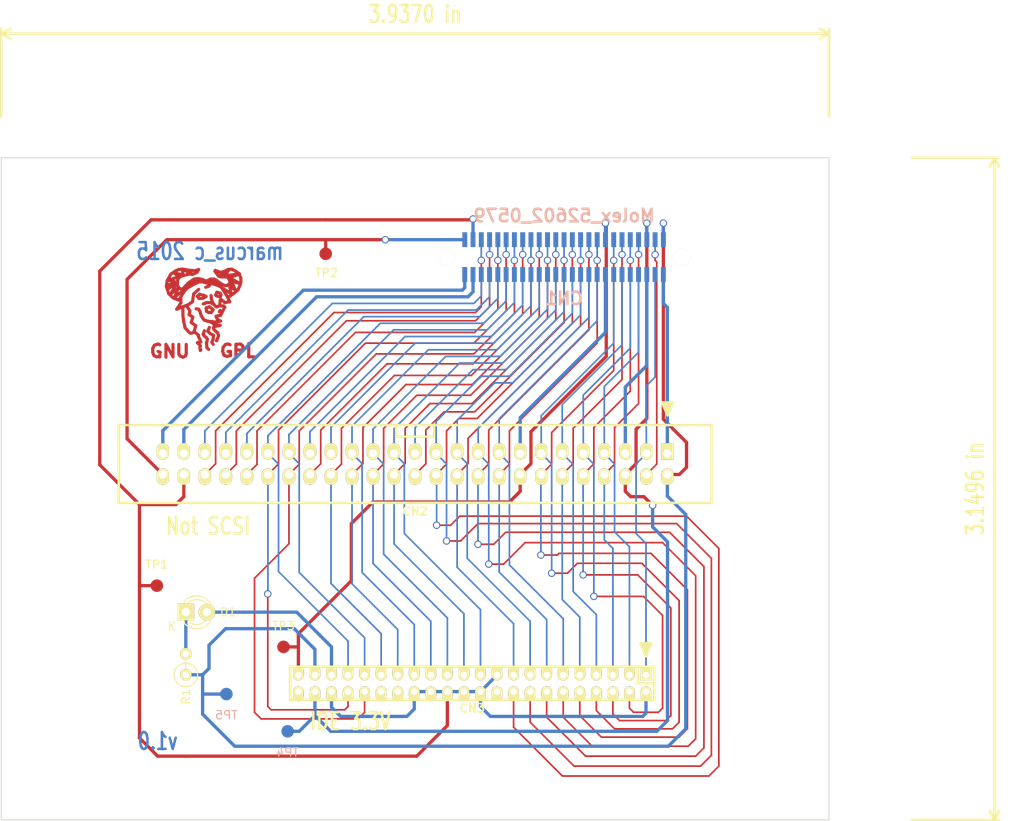
<source format=kicad_pcb>
(kicad_pcb (version 4) (host pcbnew no-vcs-found-product)

  (general
    (links 97)
    (no_connects 0)
    (area 99.949999 31.4948 228.382002 130.050001)
    (thickness 1.6002)
    (drawings 12)
    (tracks 566)
    (zones 0)
    (modules 11)
    (nets 57)
  )

  (page A4)
  (title_block
    (date "25 nov 2015")
  )

  (layers
    (0 Front mixed)
    (31 Back mixed)
    (36 B.SilkS user)
    (37 F.SilkS user)
    (38 B.Mask user)
    (39 F.Mask user)
    (40 Dwgs.User user)
    (41 Cmts.User user)
    (42 Eco1.User user)
    (43 Eco2.User user)
    (44 Edge.Cuts user)
  )

  (setup
    (last_trace_width 0.2032)
    (trace_clearance 0.254)
    (zone_clearance 0.508)
    (zone_45_only no)
    (trace_min 0.2032)
    (segment_width 0.381)
    (edge_width 0.1)
    (via_size 0.889)
    (via_drill 0.635)
    (via_min_size 0.889)
    (via_min_drill 0.508)
    (uvia_size 0.508)
    (uvia_drill 0.127)
    (uvias_allowed no)
    (uvia_min_size 0.508)
    (uvia_min_drill 0.127)
    (pcb_text_width 0.3048)
    (pcb_text_size 1.524 2.032)
    (mod_edge_width 0.381)
    (mod_text_size 1.524 1.524)
    (mod_text_width 0.3048)
    (pad_size 1.524 1.524)
    (pad_drill 0)
    (pad_to_mask_clearance 0.254)
    (aux_axis_origin 0 0)
    (grid_origin 100 50)
    (visible_elements 7FFFFFFF)
    (pcbplotparams
      (layerselection 0x010f0_80000001)
      (usegerberextensions true)
      (excludeedgelayer true)
      (linewidth 0.150000)
      (plotframeref false)
      (viasonmask false)
      (mode 1)
      (useauxorigin false)
      (hpglpennumber 1)
      (hpglpenspeed 20)
      (hpglpendiameter 15)
      (hpglpenoverlay 0)
      (psnegative false)
      (psa4output false)
      (plotreference true)
      (plotvalue true)
      (plotinvisibletext false)
      (padsonsilk false)
      (subtractmaskfromsilk false)
      (outputformat 1)
      (mirror false)
      (drillshape 0)
      (scaleselection 1)
      (outputdirectory gerber))
  )

  (net 0 "")
  (net 1 +5V)
  (net 2 /ACTIVEn)
  (net 3 /D6)
  (net 4 /D7)
  (net 5 /G_RST)
  (net 6 /xB2)
  (net 7 GND)
  (net 8 "Net-(CN3-Pad20)")
  (net 9 "Net-(CN3-Pad32)")
  (net 10 "Net-(CN3-Pad34)")
  (net 11 "Net-(D1-Pad1)")
  (net 12 +3V3_2)
  (net 13 +5V_2)
  (net 14 GND2)
  (net 15 +3V3)
  (net 16 +12V)
  (net 17 /D8)
  (net 18 /D5)
  (net 19 /D10)
  (net 20 /D3)
  (net 21 /D12)
  (net 22 /D1)
  (net 23 /D14)
  (net 24 /xA13)
  (net 25 /DMARQ)
  (net 26 /RDn)
  (net 27 P.GND_2)
  (net 28 +12V_2)
  (net 29 P.GND)
  (net 30 "Net-(CN3-Pad44)")
  (net 31 /DMACKn)
  (net 32 /EMPH)
  (net 33 /xA18)
  (net 34 /A0)
  (net 35 /CS0n)
  (net 36 /xA21)
  (net 37 /SCK)
  (net 38 /SDAT)
  (net 39 /D9)
  (net 40 /D4)
  (net 41 /D11)
  (net 42 /D2)
  (net 43 /D13)
  (net 44 /D0)
  (net 45 /D15)
  (net 46 /xB13)
  (net 47 /WRn)
  (net 48 /IORDY)
  (net 49 /INTRQ)
  (net 50 /A1)
  (net 51 /xB18)
  (net 52 /A2)
  (net 53 /CS1n)
  (net 54 /xB21)
  (net 55 /LRCK)
  (net 56 /CD_CLK)

  (net_class Default "This is the default net class."
    (clearance 0.254)
    (trace_width 0.2032)
    (via_dia 0.889)
    (via_drill 0.635)
    (uvia_dia 0.508)
    (uvia_drill 0.127)
    (add_net /A0)
    (add_net /A1)
    (add_net /A2)
    (add_net /CD_CLK)
    (add_net /CS0n)
    (add_net /CS1n)
    (add_net /D0)
    (add_net /D1)
    (add_net /D10)
    (add_net /D11)
    (add_net /D12)
    (add_net /D13)
    (add_net /D14)
    (add_net /D15)
    (add_net /D2)
    (add_net /D3)
    (add_net /D4)
    (add_net /D5)
    (add_net /D6)
    (add_net /D7)
    (add_net /D8)
    (add_net /D9)
    (add_net /DMACKn)
    (add_net /DMARQ)
    (add_net /EMPH)
    (add_net /G_RST)
    (add_net /INTRQ)
    (add_net /IORDY)
    (add_net /LRCK)
    (add_net /RDn)
    (add_net /SCK)
    (add_net /SDAT)
    (add_net /WRn)
    (add_net /xA13)
    (add_net /xA18)
    (add_net /xA21)
    (add_net /xB13)
    (add_net /xB18)
    (add_net /xB2)
    (add_net /xB21)
    (add_net "Net-(CN3-Pad20)")
    (add_net "Net-(CN3-Pad32)")
    (add_net "Net-(CN3-Pad34)")
    (add_net "Net-(CN3-Pad44)")
  )

  (net_class LED ""
    (clearance 0.254)
    (trace_width 0.4)
    (via_dia 0.889)
    (via_drill 0.635)
    (uvia_dia 0.508)
    (uvia_drill 0.127)
    (add_net /ACTIVEn)
    (add_net "Net-(D1-Pad1)")
  )

  (net_class Power ""
    (clearance 0.254)
    (trace_width 0.4)
    (via_dia 0.889)
    (via_drill 0.635)
    (uvia_dia 0.508)
    (uvia_drill 0.127)
    (add_net +12V)
    (add_net +12V_2)
    (add_net +3V3)
    (add_net +3V3_2)
    (add_net +5V)
    (add_net +5V_2)
    (add_net GND)
    (add_net GND2)
    (add_net P.GND)
    (add_net P.GND_2)
  )

  (module w_pin_strip:pin_strip_2mm_22x2 (layer Front) (tedit 0) (tstamp 565DF270)
    (at 156.9 113.5 180)
    (descr "Pin strip 2mm 22x2pin")
    (tags "CONN DEV")
    (path /565DF979)
    (fp_text reference CN3 (at 0 -3 180) (layer F.SilkS)
      (effects (font (size 1.016 1.016) (thickness 0.2032)))
    )
    (fp_text value CONN_02X22 (at 0 -5 180) (layer F.SilkS) hide
      (effects (font (size 1.016 0.889) (thickness 0.2032)))
    )
    (fp_line (start -22 0) (end -20 0) (layer F.SilkS) (width 0.3048))
    (fp_line (start 22 -2) (end 22 2) (layer F.SilkS) (width 0.3048))
    (fp_line (start 22 2) (end -22 2) (layer F.SilkS) (width 0.3048))
    (fp_line (start -22 -2) (end 22 -2) (layer F.SilkS) (width 0.3048))
    (fp_line (start -22 2) (end -22 -2) (layer F.SilkS) (width 0.3048))
    (fp_line (start -20 0) (end -20 2) (layer F.SilkS) (width 0.3048))
    (pad 1 thru_hole rect (at -21 1 180) (size 1.3 1.8) (drill 0.8 (offset 0 0.25)) (layers *.Cu *.Mask F.SilkS)
      (net 5 /G_RST))
    (pad 2 thru_hole oval (at -21 -1 180) (size 1.3 1.8) (drill 0.8 (offset 0 -0.25)) (layers *.Cu *.Mask F.SilkS)
      (net 29 P.GND))
    (pad 3 thru_hole oval (at -19 1 180) (size 1.3 1.8) (drill 0.8 (offset 0 0.25)) (layers *.Cu *.Mask F.SilkS)
      (net 4 /D7))
    (pad 4 thru_hole oval (at -19 -1 180) (size 1.3 1.8) (drill 0.8 (offset 0 -0.25)) (layers *.Cu *.Mask F.SilkS)
      (net 17 /D8))
    (pad 5 thru_hole oval (at -17 1 180) (size 1.3 1.8) (drill 0.8 (offset 0 0.25)) (layers *.Cu *.Mask F.SilkS)
      (net 3 /D6))
    (pad 6 thru_hole oval (at -17 -1 180) (size 1.3 1.8) (drill 0.8 (offset 0 -0.25)) (layers *.Cu *.Mask F.SilkS)
      (net 39 /D9))
    (pad 7 thru_hole oval (at -15 1 180) (size 1.3 1.8) (drill 0.8 (offset 0 0.25)) (layers *.Cu *.Mask F.SilkS)
      (net 18 /D5))
    (pad 8 thru_hole oval (at -15 -1 180) (size 1.3 1.8) (drill 0.8 (offset 0 -0.25)) (layers *.Cu *.Mask F.SilkS)
      (net 19 /D10))
    (pad 9 thru_hole oval (at -13 1 180) (size 1.3 1.8) (drill 0.8 (offset 0 0.25)) (layers *.Cu *.Mask F.SilkS)
      (net 40 /D4))
    (pad 10 thru_hole oval (at -13 -1 180) (size 1.3 1.8) (drill 0.8 (offset 0 -0.25)) (layers *.Cu *.Mask F.SilkS)
      (net 41 /D11))
    (pad 11 thru_hole oval (at -11 1 180) (size 1.3 1.8) (drill 0.8 (offset 0 0.25)) (layers *.Cu *.Mask F.SilkS)
      (net 20 /D3))
    (pad 12 thru_hole oval (at -11 -1 180) (size 1.3 1.8) (drill 0.8 (offset 0 -0.25)) (layers *.Cu *.Mask F.SilkS)
      (net 21 /D12))
    (pad 13 thru_hole oval (at -9 1 180) (size 1.3 1.8) (drill 0.8 (offset 0 0.25)) (layers *.Cu *.Mask F.SilkS)
      (net 42 /D2))
    (pad 14 thru_hole oval (at -9 -1 180) (size 1.3 1.8) (drill 0.8 (offset 0 -0.25)) (layers *.Cu *.Mask F.SilkS)
      (net 43 /D13))
    (pad 15 thru_hole oval (at -7 1 180) (size 1.3 1.8) (drill 0.8 (offset 0 0.25)) (layers *.Cu *.Mask F.SilkS)
      (net 22 /D1))
    (pad 16 thru_hole oval (at -7 -1 180) (size 1.3 1.8) (drill 0.8 (offset 0 -0.25)) (layers *.Cu *.Mask F.SilkS)
      (net 23 /D14))
    (pad 17 thru_hole oval (at -5 1 180) (size 1.3 1.8) (drill 0.8 (offset 0 0.25)) (layers *.Cu *.Mask F.SilkS)
      (net 44 /D0))
    (pad 18 thru_hole oval (at -5 -1 180) (size 1.3 1.8) (drill 0.8 (offset 0 -0.25)) (layers *.Cu *.Mask F.SilkS)
      (net 45 /D15))
    (pad 19 thru_hole oval (at -3 1 180) (size 1.3 1.8) (drill 0.8 (offset 0 0.25)) (layers *.Cu *.Mask F.SilkS)
      (net 29 P.GND))
    (pad 20 thru_hole oval (at -3 -1 180) (size 1.3 1.8) (drill 0.8 (offset 0 -0.25)) (layers *.Cu *.Mask F.SilkS)
      (net 8 "Net-(CN3-Pad20)"))
    (pad 21 thru_hole oval (at -1 1 180) (size 1.3 1.8) (drill 0.8 (offset 0 0.25)) (layers *.Cu *.Mask F.SilkS)
      (net 25 /DMARQ))
    (pad 22 thru_hole oval (at -1 -1 180) (size 1.3 1.8) (drill 0.8 (offset 0 -0.25)) (layers *.Cu *.Mask F.SilkS)
      (net 29 P.GND))
    (pad 23 thru_hole oval (at 1 1 180) (size 1.3 1.8) (drill 0.8 (offset 0 0.25)) (layers *.Cu *.Mask F.SilkS)
      (net 47 /WRn))
    (pad 24 thru_hole oval (at 1 -1 180) (size 1.3 1.8) (drill 0.8 (offset 0 -0.25)) (layers *.Cu *.Mask F.SilkS)
      (net 29 P.GND))
    (pad 25 thru_hole oval (at 3 1 180) (size 1.3 1.8) (drill 0.8 (offset 0 0.25)) (layers *.Cu *.Mask F.SilkS)
      (net 26 /RDn))
    (pad 26 thru_hole oval (at 3 -1 180) (size 1.3 1.8) (drill 0.8 (offset 0 -0.25)) (layers *.Cu *.Mask F.SilkS)
      (net 29 P.GND))
    (pad 27 thru_hole oval (at 5 1 180) (size 1.3 1.8) (drill 0.8 (offset 0 0.25)) (layers *.Cu *.Mask F.SilkS)
      (net 48 /IORDY))
    (pad 28 thru_hole oval (at 5 -1 180) (size 1.3 1.8) (drill 0.8 (offset 0 -0.25)) (layers *.Cu *.Mask F.SilkS)
      (net 29 P.GND))
    (pad 29 thru_hole oval (at 7 1 180) (size 1.3 1.8) (drill 0.8 (offset 0 0.25)) (layers *.Cu *.Mask F.SilkS)
      (net 31 /DMACKn))
    (pad 30 thru_hole oval (at 7 -1 180) (size 1.3 1.8) (drill 0.8 (offset 0 -0.25)) (layers *.Cu *.Mask F.SilkS)
      (net 29 P.GND))
    (pad 31 thru_hole oval (at 9 1 180) (size 1.3 1.8) (drill 0.8 (offset 0 0.25)) (layers *.Cu *.Mask F.SilkS)
      (net 49 /INTRQ))
    (pad 32 thru_hole oval (at 9 -1 180) (size 1.3 1.8) (drill 0.8 (offset 0 -0.25)) (layers *.Cu *.Mask F.SilkS)
      (net 9 "Net-(CN3-Pad32)"))
    (pad 33 thru_hole oval (at 11 1 180) (size 1.3 1.8) (drill 0.8 (offset 0 0.25)) (layers *.Cu *.Mask F.SilkS)
      (net 50 /A1))
    (pad 34 thru_hole oval (at 11 -1 180) (size 1.3 1.8) (drill 0.8 (offset 0 -0.25)) (layers *.Cu *.Mask F.SilkS)
      (net 10 "Net-(CN3-Pad34)"))
    (pad 35 thru_hole oval (at 13 1 180) (size 1.3 1.8) (drill 0.8 (offset 0 0.25)) (layers *.Cu *.Mask F.SilkS)
      (net 34 /A0))
    (pad 36 thru_hole oval (at 13 -1 180) (size 1.3 1.8) (drill 0.8 (offset 0 -0.25)) (layers *.Cu *.Mask F.SilkS)
      (net 52 /A2))
    (pad 37 thru_hole oval (at 15 1 180) (size 1.3 1.8) (drill 0.8 (offset 0 0.25)) (layers *.Cu *.Mask F.SilkS)
      (net 35 /CS0n))
    (pad 38 thru_hole oval (at 15 -1 180) (size 1.3 1.8) (drill 0.8 (offset 0 -0.25)) (layers *.Cu *.Mask F.SilkS)
      (net 53 /CS1n))
    (pad 39 thru_hole oval (at 17 1 180) (size 1.3 1.8) (drill 0.8 (offset 0 0.25)) (layers *.Cu *.Mask F.SilkS)
      (net 2 /ACTIVEn))
    (pad 40 thru_hole oval (at 17 -1 180) (size 1.3 1.8) (drill 0.8 (offset 0 -0.25)) (layers *.Cu *.Mask F.SilkS)
      (net 29 P.GND))
    (pad 41 thru_hole oval (at 19 1 180) (size 1.3 1.8) (drill 0.8 (offset 0 0.25)) (layers *.Cu *.Mask F.SilkS)
      (net 15 +3V3))
    (pad 42 thru_hole oval (at 19 -1 180) (size 1.3 1.8) (drill 0.8 (offset 0 -0.25)) (layers *.Cu *.Mask F.SilkS)
      (net 1 +5V))
    (pad 43 thru_hole oval (at 21 1 180) (size 1.3 1.8) (drill 0.8 (offset 0 0.25)) (layers *.Cu *.Mask F.SilkS)
      (net 7 GND))
    (pad 44 thru_hole oval (at 21 -1 180) (size 1.3 1.8) (drill 0.8 (offset 0 -0.25)) (layers *.Cu *.Mask F.SilkS)
      (net 30 "Net-(CN3-Pad44)"))
    (model ${KIPRJMOD}/packages3d/pin_strip_2mm_22x2.wrl
      (at (xyz 0 0 0))
      (scale (xyz 1 1 1))
      (rotate (xyz 0 0 0))
    )
  )

  (module w_conn_strip:vasch_strip_25x2 (layer Front) (tedit 0) (tstamp 565D11EF)
    (at 150 87 180)
    (descr "Box header 25x2pin 2.54mm")
    (tags "CONN DEV")
    (path /5656237A)
    (fp_text reference CN2 (at 0 -5.7 180) (layer F.SilkS)
      (effects (font (size 1 1) (thickness 0.2032)))
    )
    (fp_text value CONN_25X2 (at 0 5.7 180) (layer F.SilkS) hide
      (effects (font (size 1 1) (thickness 0.2032)))
    )
    (fp_line (start -35.8 4.7) (end 35.8 4.7) (layer F.SilkS) (width 0.3048))
    (fp_line (start 35.8 -4.7) (end -35.8 -4.7) (layer F.SilkS) (width 0.3048))
    (fp_line (start -35.8 -4.7) (end -35.8 4.7) (layer F.SilkS) (width 0.3048))
    (fp_line (start 35.8 -4.7) (end 35.8 4.7) (layer F.SilkS) (width 0.3048))
    (fp_line (start 2.3 4.7) (end 2.3 3.3) (layer F.SilkS) (width 0.29972))
    (fp_line (start 2.3 3.3) (end -2.3 3.3) (layer F.SilkS) (width 0.29972))
    (fp_line (start -2.3 3.3) (end -2.3 4.7) (layer F.SilkS) (width 0.29972))
    (pad 42 thru_hole oval (at 20.32 -1.27 180) (size 1.5 2) (drill 1 (offset 0 -0.25)) (layers *.Cu *.Mask F.SilkS)
      (net 54 /xB21))
    (pad 41 thru_hole oval (at 20.32 1.27 180) (size 1.5 2) (drill 1 (offset 0 0.25)) (layers *.Cu *.Mask F.SilkS)
      (net 36 /xA21))
    (pad 43 thru_hole oval (at 22.86 1.27 180) (size 1.5 2) (drill 1 (offset 0 0.25)) (layers *.Cu *.Mask F.SilkS)
      (net 37 /SCK))
    (pad 44 thru_hole oval (at 22.86 -1.27 180) (size 1.5 2) (drill 1 (offset 0 -0.25)) (layers *.Cu *.Mask F.SilkS)
      (net 55 /LRCK))
    (pad 46 thru_hole oval (at 25.4 -1.27 180) (size 1.5 2) (drill 1 (offset 0 -0.25)) (layers *.Cu *.Mask F.SilkS)
      (net 56 /CD_CLK))
    (pad 45 thru_hole oval (at 25.4 1.27 180) (size 1.5 2) (drill 1 (offset 0 0.25)) (layers *.Cu *.Mask F.SilkS)
      (net 38 /SDAT))
    (pad 49 thru_hole oval (at 30.48 1.27 180) (size 1.5 2) (drill 1 (offset 0 0.25)) (layers *.Cu *.Mask F.SilkS)
      (net 28 +12V_2))
    (pad 50 thru_hole oval (at 30.48 -1.27 180) (size 1.5 2) (drill 1 (offset 0 -0.25)) (layers *.Cu *.Mask F.SilkS)
      (net 16 +12V))
    (pad 48 thru_hole oval (at 27.94 -1.27 180) (size 1.5 2) (drill 1 (offset 0 -0.25)) (layers *.Cu *.Mask F.SilkS)
      (net 29 P.GND))
    (pad 47 thru_hole oval (at 27.94 1.27 180) (size 1.5 2) (drill 1 (offset 0 0.25)) (layers *.Cu *.Mask F.SilkS)
      (net 27 P.GND_2))
    (pad 37 thru_hole oval (at 15.24 1.27 180) (size 1.5 2) (drill 1 (offset 0 0.25)) (layers *.Cu *.Mask F.SilkS)
      (net 34 /A0))
    (pad 38 thru_hole oval (at 15.24 -1.27 180) (size 1.5 2) (drill 1 (offset 0 -0.25)) (layers *.Cu *.Mask F.SilkS)
      (net 52 /A2))
    (pad 40 thru_hole oval (at 17.78 -1.27 180) (size 1.5 2) (drill 1 (offset 0 -0.25)) (layers *.Cu *.Mask F.SilkS)
      (net 53 /CS1n))
    (pad 39 thru_hole oval (at 17.78 1.27 180) (size 1.5 2) (drill 1 (offset 0 0.25)) (layers *.Cu *.Mask F.SilkS)
      (net 35 /CS0n))
    (pad 35 thru_hole oval (at 12.7 1.27 180) (size 1.5 2) (drill 1 (offset 0 0.25)) (layers *.Cu *.Mask F.SilkS)
      (net 33 /xA18))
    (pad 36 thru_hole oval (at 12.7 -1.27 180) (size 1.5 2) (drill 1 (offset 0 -0.25)) (layers *.Cu *.Mask F.SilkS)
      (net 51 /xB18))
    (pad 34 thru_hole oval (at 10.16 -1.27 180) (size 1.5 2) (drill 1 (offset 0 -0.25)) (layers *.Cu *.Mask F.SilkS)
      (net 50 /A1))
    (pad 33 thru_hole oval (at 10.16 1.27 180) (size 1.5 2) (drill 1 (offset 0 0.25)) (layers *.Cu *.Mask F.SilkS)
      (net 32 /EMPH))
    (pad 31 thru_hole oval (at 7.62 1.27 180) (size 1.5 2) (drill 1 (offset 0 0.25)) (layers *.Cu *.Mask F.SilkS)
      (net 31 /DMACKn))
    (pad 32 thru_hole oval (at 7.62 -1.27 180) (size 1.5 2) (drill 1 (offset 0 -0.25)) (layers *.Cu *.Mask F.SilkS)
      (net 49 /INTRQ))
    (pad 27 thru_hole oval (at 2.54 1.27 180) (size 1.5 2) (drill 1 (offset 0 0.25)) (layers *.Cu *.Mask F.SilkS)
      (net 25 /DMARQ))
    (pad 28 thru_hole oval (at 2.54 -1.27 180) (size 1.5 2) (drill 1 (offset 0 -0.25)) (layers *.Cu *.Mask F.SilkS)
      (net 47 /WRn))
    (pad 30 thru_hole oval (at 5.08 -1.27 180) (size 1.5 2) (drill 1 (offset 0 -0.25)) (layers *.Cu *.Mask F.SilkS)
      (net 48 /IORDY))
    (pad 29 thru_hole oval (at 5.08 1.27 180) (size 1.5 2) (drill 1 (offset 0 0.25)) (layers *.Cu *.Mask F.SilkS)
      (net 26 /RDn))
    (pad 25 thru_hole oval (at 0 1.27 180) (size 1.5 2) (drill 1 (offset 0 0.25)) (layers *.Cu *.Mask F.SilkS)
      (net 24 /xA13))
    (pad 26 thru_hole oval (at 0 -1.27 180) (size 1.5 2) (drill 1 (offset 0 -0.25)) (layers *.Cu *.Mask F.SilkS)
      (net 46 /xB13))
    (pad 24 thru_hole oval (at -2.54 -1.27 180) (size 1.5 2) (drill 1 (offset 0 -0.25)) (layers *.Cu *.Mask F.SilkS)
      (net 45 /D15))
    (pad 23 thru_hole oval (at -2.54 1.27 180) (size 1.5 2) (drill 1 (offset 0 0.25)) (layers *.Cu *.Mask F.SilkS)
      (net 23 /D14))
    (pad 21 thru_hole oval (at -5.08 1.27 180) (size 1.5 2) (drill 1 (offset 0 0.25)) (layers *.Cu *.Mask F.SilkS)
      (net 22 /D1))
    (pad 22 thru_hole oval (at -5.08 -1.27 180) (size 1.5 2) (drill 1 (offset 0 -0.25)) (layers *.Cu *.Mask F.SilkS)
      (net 44 /D0))
    (pad 20 thru_hole oval (at -7.62 -1.27 180) (size 1.5 2) (drill 1 (offset 0 -0.25)) (layers *.Cu *.Mask F.SilkS)
      (net 43 /D13))
    (pad 19 thru_hole oval (at -7.62 1.27 180) (size 1.5 2) (drill 1 (offset 0 0.25)) (layers *.Cu *.Mask F.SilkS)
      (net 21 /D12))
    (pad 17 thru_hole oval (at -10.16 1.27 180) (size 1.5 2) (drill 1 (offset 0 0.25)) (layers *.Cu *.Mask F.SilkS)
      (net 20 /D3))
    (pad 18 thru_hole oval (at -10.16 -1.27 180) (size 1.5 2) (drill 1 (offset 0 -0.25)) (layers *.Cu *.Mask F.SilkS)
      (net 42 /D2))
    (pad 16 thru_hole oval (at -12.7 -1.27 180) (size 1.5 2) (drill 1 (offset 0 -0.25)) (layers *.Cu *.Mask F.SilkS)
      (net 7 GND))
    (pad 15 thru_hole oval (at -12.7 1.27 180) (size 1.5 2) (drill 1 (offset 0 0.25)) (layers *.Cu *.Mask F.SilkS)
      (net 14 GND2))
    (pad 13 thru_hole oval (at -15.24 1.27 180) (size 1.5 2) (drill 1 (offset 0 0.25)) (layers *.Cu *.Mask F.SilkS)
      (net 19 /D10))
    (pad 14 thru_hole oval (at -15.24 -1.27 180) (size 1.5 2) (drill 1 (offset 0 -0.25)) (layers *.Cu *.Mask F.SilkS)
      (net 41 /D11))
    (pad 12 thru_hole oval (at -17.78 -1.27 180) (size 1.5 2) (drill 1 (offset 0 -0.25)) (layers *.Cu *.Mask F.SilkS)
      (net 40 /D4))
    (pad 11 thru_hole oval (at -17.78 1.27 180) (size 1.5 2) (drill 1 (offset 0 0.25)) (layers *.Cu *.Mask F.SilkS)
      (net 18 /D5))
    (pad 9 thru_hole oval (at -20.32 1.27 180) (size 1.5 2) (drill 1 (offset 0 0.25)) (layers *.Cu *.Mask F.SilkS)
      (net 17 /D8))
    (pad 10 thru_hole oval (at -20.32 -1.27 180) (size 1.5 2) (drill 1 (offset 0 -0.25)) (layers *.Cu *.Mask F.SilkS)
      (net 39 /D9))
    (pad 8 thru_hole oval (at -22.86 -1.27 180) (size 1.5 2) (drill 1 (offset 0 -0.25)) (layers *.Cu *.Mask F.SilkS)
      (net 3 /D6))
    (pad 7 thru_hole oval (at -22.86 1.27 180) (size 1.5 2) (drill 1 (offset 0 0.25)) (layers *.Cu *.Mask F.SilkS)
      (net 4 /D7))
    (pad 1 thru_hole rect (at -30.48 1.27 180) (size 1.5 2) (drill 1 (offset 0 0.25)) (layers *.Cu *.Mask F.SilkS)
      (net 12 +3V3_2))
    (pad 2 thru_hole oval (at -30.48 -1.27 180) (size 1.5 2) (drill 1 (offset 0 -0.25)) (layers *.Cu *.Mask F.SilkS)
      (net 15 +3V3))
    (pad 3 thru_hole oval (at -27.94 1.27 180) (size 1.5 2) (drill 1 (offset 0 0.25)) (layers *.Cu *.Mask F.SilkS)
      (net 5 /G_RST))
    (pad 4 thru_hole oval (at -27.94 -1.27 180) (size 1.5 2) (drill 1 (offset 0 -0.25)) (layers *.Cu *.Mask F.SilkS)
      (net 6 /xB2))
    (pad 5 thru_hole oval (at -25.4 1.27 180) (size 1.5 2) (drill 1 (offset 0 0.25)) (layers *.Cu *.Mask F.SilkS)
      (net 13 +5V_2))
    (pad 6 thru_hole oval (at -25.4 -1.27 180) (size 1.5 2) (drill 1 (offset 0 -0.25)) (layers *.Cu *.Mask F.SilkS)
      (net 1 +5V))
    (model ${KIPRJMOD}/packages3d/vasch_strip_25x2.wrl
      (at (xyz 0 0 0))
      (scale (xyz 1 1 1))
      (rotate (xyz 0 0 0))
    )
  )

  (module Molex_52602_0579:Molex_52602_0579 (layer Back) (tedit 56536955) (tstamp 565979FE)
    (at 168 62 180)
    (path /56562379)
    (fp_text reference CN1 (at 0 -5.00126 180) (layer B.SilkS)
      (effects (font (thickness 0.3048)) (justify mirror))
    )
    (fp_text value Molex_52602_0579 (at 0 5.00126 180) (layer B.SilkS)
      (effects (font (thickness 0.3048)) (justify mirror))
    )
    (pad A1 smd rect (at -11.99896 -2.09942 180) (size 0.59944 1.80086) (layers Back B.Mask)
      (net 12 +3V3_2))
    (pad A2 smd rect (at -10.9982 -2.10196 180) (size 0.59944 1.80086) (layers Back B.Mask)
      (net 5 /G_RST))
    (pad A3 smd rect (at -9.99744 -2.10196 180) (size 0.59944 1.80086) (layers Back B.Mask)
      (net 13 +5V_2))
    (pad A4 smd rect (at -8.99922 -2.10196 180) (size 0.59944 1.80086) (layers Back B.Mask)
      (net 4 /D7))
    (pad A5 smd rect (at -7.99846 -2.10196 180) (size 0.59944 1.80086) (layers Back B.Mask)
      (net 17 /D8))
    (pad A6 smd rect (at -6.9977 -2.10196 180) (size 0.59944 1.80086) (layers Back B.Mask)
      (net 18 /D5))
    (pad A7 smd rect (at -5.99948 -2.10196 180) (size 0.59944 1.80086) (layers Back B.Mask)
      (net 19 /D10))
    (pad A8 smd rect (at -4.99872 -2.10196 180) (size 0.59944 1.80086) (layers Back B.Mask)
      (net 14 GND2))
    (pad A9 smd rect (at -3.99796 -2.10196 180) (size 0.59944 1.80086) (layers Back B.Mask)
      (net 20 /D3))
    (pad A10 smd rect (at -2.99974 -2.10196 180) (size 0.59944 1.80086) (layers Back B.Mask)
      (net 21 /D12))
    (pad A11 smd rect (at -1.99898 -2.10196 180) (size 0.59944 1.80086) (layers Back B.Mask)
      (net 22 /D1))
    (pad A12 smd rect (at -0.99822 -2.10196 180) (size 0.59944 1.80086) (layers Back B.Mask)
      (net 23 /D14))
    (pad A13 smd rect (at 0.00254 -2.10196 180) (size 0.59944 1.80086) (layers Back B.Mask)
      (net 24 /xA13))
    (pad A14 smd rect (at 1.00076 -2.10196 180) (size 0.59944 1.80086) (layers Back B.Mask)
      (net 25 /DMARQ))
    (pad A15 smd rect (at 2.00152 -2.10196 180) (size 0.59944 1.80086) (layers Back B.Mask)
      (net 26 /RDn))
    (pad A16 smd rect (at 3.00228 -2.10196 180) (size 0.59944 1.80086) (layers Back B.Mask)
      (net 31 /DMACKn))
    (pad A17 smd rect (at 4.0005 -2.10196 180) (size 0.59944 1.80086) (layers Back B.Mask)
      (net 32 /EMPH))
    (pad A18 smd rect (at 5.00126 -2.10196 180) (size 0.59944 1.80086) (layers Back B.Mask)
      (net 33 /xA18))
    (pad A19 smd rect (at 6.00202 -2.10196 180) (size 0.59944 1.80086) (layers Back B.Mask)
      (net 34 /A0))
    (pad A20 smd rect (at 7.00024 -2.10196 180) (size 0.59944 1.80086) (layers Back B.Mask)
      (net 35 /CS0n))
    (pad A21 smd rect (at 8.001 -2.10196 180) (size 0.59944 1.80086) (layers Back B.Mask)
      (net 36 /xA21))
    (pad A22 smd rect (at 9.00176 -2.10196 180) (size 0.59944 1.80086) (layers Back B.Mask)
      (net 37 /SCK))
    (pad A23 smd rect (at 10.00252 -2.10196 180) (size 0.59944 1.80086) (layers Back B.Mask)
      (net 38 /SDAT))
    (pad A24 smd rect (at 11.00074 -2.10196 180) (size 0.59944 1.80086) (layers Back B.Mask)
      (net 27 P.GND_2))
    (pad A25 smd rect (at 12.0015 -2.10196 180) (size 0.59944 1.80086) (layers Back B.Mask)
      (net 28 +12V_2))
    (pad B1 smd rect (at -11.99896 2.10196 180) (size 0.59944 1.80086) (layers Back B.Mask)
      (net 15 +3V3))
    (pad B2 smd rect (at -11.00074 2.10196 180) (size 0.59944 1.80086) (layers Back B.Mask)
      (net 6 /xB2))
    (pad B3 smd rect (at -9.99998 2.10196 180) (size 0.59944 1.80086) (layers Back B.Mask)
      (net 1 +5V))
    (pad B4 smd rect (at -8.99922 2.10196 180) (size 0.59944 1.80086) (layers Back B.Mask)
      (net 3 /D6))
    (pad B5 smd rect (at -8.001 2.10196 180) (size 0.59944 1.80086) (layers Back B.Mask)
      (net 39 /D9))
    (pad B6 smd rect (at -7.00024 2.10196 180) (size 0.59944 1.80086) (layers Back B.Mask)
      (net 40 /D4))
    (pad B7 smd rect (at -5.99948 2.10196 180) (size 0.59944 1.80086) (layers Back B.Mask)
      (net 41 /D11))
    (pad B8 smd rect (at -5.00126 2.10196 180) (size 0.59944 1.80086) (layers Back B.Mask)
      (net 7 GND))
    (pad B9 smd rect (at -4.0005 2.10196 180) (size 0.59944 1.80086) (layers Back B.Mask)
      (net 42 /D2))
    (pad B10 smd rect (at -2.99974 2.10196 180) (size 0.59944 1.80086) (layers Back B.Mask)
      (net 43 /D13))
    (pad B11 smd rect (at -1.99898 2.10196 180) (size 0.59944 1.80086) (layers Back B.Mask)
      (net 44 /D0))
    (pad B12 smd rect (at -1.00076 2.10196 180) (size 0.59944 1.80086) (layers Back B.Mask)
      (net 45 /D15))
    (pad B13 smd rect (at 0 2.10196 180) (size 0.59944 1.80086) (layers Back B.Mask)
      (net 46 /xB13))
    (pad B14 smd rect (at 1.00076 2.10196 180) (size 0.59944 1.80086) (layers Back B.Mask)
      (net 47 /WRn))
    (pad B15 smd rect (at 1.99898 2.10196 180) (size 0.59944 1.80086) (layers Back B.Mask)
      (net 48 /IORDY))
    (pad B16 smd rect (at 2.99974 2.10196 180) (size 0.59944 1.80086) (layers Back B.Mask)
      (net 49 /INTRQ))
    (pad B17 smd rect (at 4.0005 2.10196 180) (size 0.59944 1.80086) (layers Back B.Mask)
      (net 50 /A1))
    (pad B18 smd rect (at 5.00126 2.10196 180) (size 0.59944 1.80086) (layers Back B.Mask)
      (net 51 /xB18))
    (pad B19 smd rect (at 5.99948 2.10196 180) (size 0.59944 1.80086) (layers Back B.Mask)
      (net 52 /A2))
    (pad B20 smd rect (at 7.00024 2.10196 180) (size 0.59944 1.80086) (layers Back B.Mask)
      (net 53 /CS1n))
    (pad B21 smd rect (at 8.001 2.10196 180) (size 0.59944 1.80086) (layers Back B.Mask)
      (net 54 /xB21))
    (pad B22 smd rect (at 8.99922 2.10196 180) (size 0.59944 1.80086) (layers Back B.Mask)
      (net 55 /LRCK))
    (pad B23 smd rect (at 9.99998 2.10196 180) (size 0.59944 1.80086) (layers Back B.Mask)
      (net 56 /CD_CLK))
    (pad B24 smd rect (at 11.00074 2.10196 180) (size 0.59944 1.80086) (layers Back B.Mask)
      (net 29 P.GND))
    (pad B25 smd rect (at 11.99896 2.10196 180) (size 0.59944 1.80086) (layers Back B.Mask)
      (net 16 +12V))
    (pad "" np_thru_hole circle (at -14.2494 0 180) (size 1.99898 1.99898) (drill 1.99898) (layers *.Cu *.Mask B.SilkS))
    (pad "" np_thru_hole circle (at 14.2494 0 180) (size 1.99898 1.99898) (drill 1.99898) (layers *.Cu *.Mask B.SilkS))
    (model ${KIPRJMOD}/packages3d/52602-0579.wrl
      (at (xyz 0 0 0.149))
      (scale (xyz 0.393701 0.393701 0.393701))
      (rotate (xyz -90 0 0))
    )
  )

  (module Measurement_Points:Measurement_Point_Round-SMD-Pad_Small (layer Back) (tedit 5662D793) (tstamp 5662D76C)
    (at 127.2 114.8)
    (descr "Mesurement Point, Round, SMD Pad, DM 1.5mm,")
    (tags "Mesurement Point, Round, SMD Pad, DM 1.5mm,")
    (fp_text reference TP5 (at 0 2.54) (layer B.SilkS)
      (effects (font (size 1 1) (thickness 0.15)) (justify mirror))
    )
    (fp_text value Measurement_Point_Round-SMD-Pad_Small (at 1.27 -2.54) (layer B.Fab) hide
      (effects (font (size 1 1) (thickness 0.15)) (justify mirror))
    )
    (pad 1 smd circle (at 0 0) (size 1.524 1.524) (layers Back B.Mask)
      (net 15 +3V3))
  )

  (module Measurement_Points:Measurement_Point_Round-SMD-Pad_Small (layer Back) (tedit 5662D6EB) (tstamp 5662D6B7)
    (at 134.6 119.3)
    (descr "Mesurement Point, Round, SMD Pad, DM 1.5mm,")
    (tags "Mesurement Point, Round, SMD Pad, DM 1.5mm,")
    (fp_text reference TP4 (at 0 2.54) (layer B.SilkS)
      (effects (font (size 1 1) (thickness 0.15)) (justify mirror))
    )
    (fp_text value Measurement_Point_Round-SMD-Pad_Small (at 1.27 -2.54) (layer B.Fab) hide
      (effects (font (size 1 1) (thickness 0.15)) (justify mirror))
    )
    (pad 1 smd circle (at 0 0) (size 1.524 1.524) (layers Back B.Mask)
      (net 1 +5V))
  )

  (module Measurement_Points:Measurement_Point_Round-SMD-Pad_Small (layer Front) (tedit 5662D64C) (tstamp 5662D67F)
    (at 134.1 109.1)
    (descr "Mesurement Point, Round, SMD Pad, DM 1.5mm,")
    (tags "Mesurement Point, Round, SMD Pad, DM 1.5mm,")
    (fp_text reference TP3 (at 0 -2.54) (layer F.SilkS)
      (effects (font (size 1 1) (thickness 0.15)))
    )
    (fp_text value Measurement_Point_Round-SMD-Pad_Small (at 1.27 2.54) (layer F.Fab) hide
      (effects (font (size 1 1) (thickness 0.15)))
    )
    (pad 1 smd circle (at 0 0) (size 1.524 1.524) (layers Front F.Mask)
      (net 7 GND))
  )

  (module Measurement_Points:Measurement_Point_Round-SMD-Pad_Small (layer Front) (tedit 5662D55A) (tstamp 5662D4D4)
    (at 139.2 61.6)
    (descr "Mesurement Point, Round, SMD Pad, DM 1.5mm,")
    (tags "Mesurement Point, Round, SMD Pad, DM 1.5mm,")
    (fp_text reference TP2 (at 0.1 2.3) (layer F.SilkS)
      (effects (font (size 1 1) (thickness 0.15)))
    )
    (fp_text value Measurement_Point_Round-SMD-Pad_Small (at 1.27 2.54) (layer F.Fab) hide
      (effects (font (size 1 1) (thickness 0.15)))
    )
    (pad 1 smd circle (at 0 0) (size 1.524 1.524) (layers Front F.Mask)
      (net 16 +12V))
  )

  (module LEDs:LED-3MM (layer Front) (tedit 565CE894) (tstamp 565B731E)
    (at 122.3 104.9)
    (descr "LED 3mm round vertical")
    (tags "LED  3mm round vertical")
    (path /565372E5)
    (fp_text reference D1 (at 5.1 0) (layer F.SilkS)
      (effects (font (size 1 1) (thickness 0.15)))
    )
    (fp_text value LED (at 1.3 -2.9) (layer F.Fab)
      (effects (font (size 1 1) (thickness 0.15)))
    )
    (fp_line (start -1.2 2.3) (end 3.8 2.3) (layer F.CrtYd) (width 0.05))
    (fp_line (start 3.8 2.3) (end 3.8 -2.2) (layer F.CrtYd) (width 0.05))
    (fp_line (start 3.8 -2.2) (end -1.2 -2.2) (layer F.CrtYd) (width 0.05))
    (fp_line (start -1.2 -2.2) (end -1.2 2.3) (layer F.CrtYd) (width 0.05))
    (fp_line (start -0.199 1.314) (end -0.199 1.114) (layer F.SilkS) (width 0.15))
    (fp_line (start -0.199 -1.28) (end -0.199 -1.1) (layer F.SilkS) (width 0.15))
    (fp_arc (start 1.301 0.034) (end -0.199 -1.286) (angle 108.5) (layer F.SilkS) (width 0.15))
    (fp_arc (start 1.301 0.034) (end 0.25 -1.1) (angle 85.7) (layer F.SilkS) (width 0.15))
    (fp_arc (start 1.311 0.034) (end 3.051 0.994) (angle 110) (layer F.SilkS) (width 0.15))
    (fp_arc (start 1.301 0.034) (end 2.335 1.094) (angle 87.5) (layer F.SilkS) (width 0.15))
    (fp_text user K (at -1.69 1.74) (layer F.SilkS)
      (effects (font (size 1 1) (thickness 0.15)))
    )
    (pad 1 thru_hole rect (at 0 0 90) (size 2 2) (drill 1.00076) (layers *.Cu *.Mask F.SilkS)
      (net 11 "Net-(D1-Pad1)"))
    (pad 2 thru_hole circle (at 2.54 0) (size 2 2) (drill 1.00076) (layers *.Cu *.Mask F.SilkS)
      (net 2 /ACTIVEn))
    (model LEDs.3dshapes/LED-3MM.wrl
      (at (xyz 0.05 0 0))
      (scale (xyz 1 1 1))
      (rotate (xyz 0 0 90))
    )
  )

  (module Discret:R1 (layer Front) (tedit 565CE885) (tstamp 565B7323)
    (at 122.3 111.2 90)
    (descr "Resistance verticale")
    (tags R)
    (path /565372E4)
    (fp_text reference R1 (at -3.9 0 90) (layer F.SilkS)
      (effects (font (size 1 1) (thickness 0.15)))
    )
    (fp_text value 1k (at -1.143 2.54 90) (layer F.Fab)
      (effects (font (size 1 1) (thickness 0.15)))
    )
    (fp_line (start -1.27 0) (end 1.27 0) (layer F.SilkS) (width 0.15))
    (fp_circle (center -1.27 0) (end -0.635 1.27) (layer F.SilkS) (width 0.15))
    (pad 1 thru_hole circle (at -1.27 0 90) (size 1.397 1.397) (drill 0.8128) (layers *.Cu *.Mask F.SilkS)
      (net 15 +3V3))
    (pad 2 thru_hole circle (at 1.27 0 90) (size 1.397 1.397) (drill 0.8128) (layers *.Cu *.Mask F.SilkS)
      (net 11 "Net-(D1-Pad1)"))
    (model Discret.3dshapes/R1.wrl
      (at (xyz 0 0 0))
      (scale (xyz 1 1 1))
      (rotate (xyz 0 0 0))
    )
  )

  (module Symbols:Symbol_GNU-Logo_CopperTop (layer Front) (tedit 5690F6E0) (tstamp 5660156A)
    (at 124.7 67.2)
    (descr "GNU-Logo, GNU-Head, GNU-Kopf, Copper Top,")
    (tags "GNU-Logo, GNU-Head, GNU-Kopf, Copper Top,")
    (fp_text reference REF** (at 0 -6.05028) (layer F.SilkS) hide
      (effects (font (size 1 1) (thickness 0.15)))
    )
    (fp_text value Symbol_GNU-Logo_CopperTop (at 0 9.14908) (layer F.Fab) hide
      (effects (font (size 1 1) (thickness 0.15)))
    )
    (fp_line (start 5.19938 5.25018) (end 5.19938 6.85038) (layer Front) (width 0.381))
    (fp_line (start 5.19938 6.85038) (end 5.90042 6.85038) (layer Front) (width 0.381))
    (fp_line (start 3.64998 6.79958) (end 3.64998 5.34924) (layer Front) (width 0.381))
    (fp_line (start 3.64998 5.34924) (end 4.20116 5.30098) (layer Front) (width 0.381))
    (fp_line (start 4.20116 5.30098) (end 4.45008 5.4991) (layer Front) (width 0.381))
    (fp_line (start 4.45008 5.4991) (end 4.54914 5.90042) (layer Front) (width 0.381))
    (fp_line (start 4.54914 5.90042) (end 4.24942 6.05028) (layer Front) (width 0.381))
    (fp_line (start 4.24942 6.05028) (end 3.74904 5.99948) (layer Front) (width 0.381))
    (fp_line (start 2.94894 5.40004) (end 2.70002 5.30098) (layer Front) (width 0.381))
    (fp_line (start 2.70002 5.30098) (end 2.4003 5.34924) (layer Front) (width 0.381))
    (fp_line (start 2.4003 5.34924) (end 2.10058 5.69976) (layer Front) (width 0.381))
    (fp_line (start 2.10058 5.69976) (end 2.04978 6.20014) (layer Front) (width 0.381))
    (fp_line (start 2.04978 6.20014) (end 2.19964 6.64972) (layer Front) (width 0.381))
    (fp_line (start 2.19964 6.64972) (end 2.55016 6.79958) (layer Front) (width 0.381))
    (fp_line (start 2.55016 6.79958) (end 2.99974 6.70052) (layer Front) (width 0.381))
    (fp_line (start 2.99974 6.70052) (end 2.99974 6.20014) (layer Front) (width 0.381))
    (fp_line (start 2.99974 6.20014) (end 2.70002 6.20014) (layer Front) (width 0.381))
    (fp_line (start -3.2512 5.34924) (end -3.2512 6.49986) (layer Front) (width 0.381))
    (fp_line (start -3.2512 6.49986) (end -3.0988 6.74878) (layer Front) (width 0.381))
    (fp_line (start -3.0988 6.74878) (end -2.75082 6.90118) (layer Front) (width 0.381))
    (fp_line (start -2.75082 6.90118) (end -2.4511 6.74878) (layer Front) (width 0.381))
    (fp_line (start -2.4511 6.74878) (end -2.3495 6.44906) (layer Front) (width 0.381))
    (fp_line (start -2.3495 6.44906) (end -2.3495 5.34924) (layer Front) (width 0.381))
    (fp_line (start -4.8006 6.90118) (end -4.8006 5.34924) (layer Front) (width 0.381))
    (fp_line (start -4.8006 5.34924) (end -3.9497 6.85038) (layer Front) (width 0.381))
    (fp_line (start -3.9497 6.85038) (end -3.9497 5.34924) (layer Front) (width 0.381))
    (fp_line (start -5.5499 5.40004) (end -5.75056 5.30098) (layer Front) (width 0.381))
    (fp_line (start -5.75056 5.30098) (end -6.20014 5.45084) (layer Front) (width 0.381))
    (fp_line (start -6.20014 5.45084) (end -6.4008 5.84962) (layer Front) (width 0.381))
    (fp_line (start -6.4008 5.84962) (end -6.4008 6.2992) (layer Front) (width 0.381))
    (fp_line (start -6.4008 6.2992) (end -6.25094 6.70052) (layer Front) (width 0.381))
    (fp_line (start -6.25094 6.70052) (end -5.95122 6.85038) (layer Front) (width 0.381))
    (fp_line (start -5.95122 6.85038) (end -5.5499 6.85038) (layer Front) (width 0.381))
    (fp_line (start -5.5499 6.85038) (end -5.4991 6.2992) (layer Front) (width 0.381))
    (fp_line (start -5.4991 6.2992) (end -5.75056 6.20014) (layer Front) (width 0.381))
    (fp_line (start -2.75082 -1.15062) (end -3.74904 -0.35052) (layer Front) (width 0.381))
    (fp_line (start -3.74904 -0.35052) (end -3.29946 -1.50114) (layer Front) (width 0.381))
    (fp_line (start -3.29946 -1.50114) (end -4.24942 -0.70104) (layer Front) (width 0.381))
    (fp_line (start -4.24942 -0.70104) (end -3.55092 -1.99898) (layer Front) (width 0.381))
    (fp_line (start -3.55092 -1.99898) (end -4.59994 -1.34874) (layer Front) (width 0.381))
    (fp_line (start -4.59994 -1.34874) (end -4.699 -1.80086) (layer Front) (width 0.381))
    (fp_line (start -4.699 -1.80086) (end -3.40106 -2.14884) (layer Front) (width 0.381))
    (fp_line (start -3.40106 -2.14884) (end -4.54914 -2.4003) (layer Front) (width 0.381))
    (fp_line (start -4.54914 -2.4003) (end -3.29946 -2.79908) (layer Front) (width 0.381))
    (fp_line (start -3.29946 -2.79908) (end -3.79984 -3.29946) (layer Front) (width 0.381))
    (fp_line (start -3.79984 -3.29946) (end -2.75082 -3.05054) (layer Front) (width 0.381))
    (fp_line (start -2.75082 -3.05054) (end -2.79908 -3.70078) (layer Front) (width 0.381))
    (fp_line (start -2.79908 -3.70078) (end -1.69926 -3.2004) (layer Front) (width 0.381))
    (fp_line (start 0.7493 -1.99898) (end 1.39954 -1.80086) (layer Front) (width 0.381))
    (fp_line (start 1.39954 -1.80086) (end 1.80086 -1.6002) (layer Front) (width 0.381))
    (fp_line (start 1.80086 -1.6002) (end 3.0988 -0.7493) (layer Front) (width 0.381))
    (fp_line (start 3.0988 -0.7493) (end 2.84988 -1.84912) (layer Front) (width 0.381))
    (fp_line (start 2.84988 -1.84912) (end 3.59918 -1.15062) (layer Front) (width 0.381))
    (fp_line (start 3.59918 -1.15062) (end 3.1496 -2.25044) (layer Front) (width 0.381))
    (fp_line (start 3.1496 -2.25044) (end 4.15036 -1.99898) (layer Front) (width 0.381))
    (fp_line (start 4.15036 -1.99898) (end 2.90068 -2.70002) (layer Front) (width 0.381))
    (fp_line (start 2.90068 -2.70002) (end 4.04876 -3.1496) (layer Front) (width 0.381))
    (fp_line (start 4.04876 -3.1496) (end 2.30124 -2.94894) (layer Front) (width 0.381))
    (fp_line (start 2.30124 -2.94894) (end 2.79908 -3.64998) (layer Front) (width 0.381))
    (fp_line (start 2.79908 -3.64998) (end 1.651 -2.94894) (layer Front) (width 0.381))
    (fp_line (start 0.8509 -2.30124) (end 1.09982 -2.25044) (layer Front) (width 0.381))
    (fp_line (start -2.04978 -1.5494) (end -1.5494 -1.84912) (layer Front) (width 0.381))
    (fp_line (start -1.5494 -1.84912) (end -0.8001 -2.19964) (layer Front) (width 0.381))
    (fp_line (start -0.8001 -2.19964) (end -0.44958 -2.19964) (layer Front) (width 0.381))
    (fp_line (start -1.84912 4.0005) (end -2.10058 3.79984) (layer Front) (width 0.381))
    (fp_line (start -2.10058 3.79984) (end -2.25044 3.59918) (layer Front) (width 0.381))
    (fp_line (start -2.25044 3.59918) (end -2.49936 3.35026) (layer Front) (width 0.381))
    (fp_line (start -2.49936 3.35026) (end -2.55016 3.05054) (layer Front) (width 0.381))
    (fp_line (start -2.55016 3.05054) (end -2.64922 2.64922) (layer Front) (width 0.381))
    (fp_line (start -2.64922 2.64922) (end -2.70002 2.25044) (layer Front) (width 0.381))
    (fp_line (start -2.70002 2.25044) (end -2.75082 1.84912) (layer Front) (width 0.381))
    (fp_line (start -2.75082 1.84912) (end -2.75082 1.34874) (layer Front) (width 0.381))
    (fp_line (start -2.75082 1.34874) (end -2.75082 0.8509) (layer Front) (width 0.381))
    (fp_line (start -1.75006 4.0005) (end -1.5494 3.9497) (layer Front) (width 0.381))
    (fp_line (start -2.19964 0.8509) (end -1.89992 1.30048) (layer Front) (width 0.381))
    (fp_line (start -1.89992 1.30048) (end -1.99898 1.75006) (layer Front) (width 0.381))
    (fp_line (start -1.99898 1.75006) (end -1.5494 2.04978) (layer Front) (width 0.381))
    (fp_line (start -1.5494 2.04978) (end -1.75006 2.70002) (layer Front) (width 0.381))
    (fp_line (start -1.75006 2.70002) (end -1.19888 3.0988) (layer Front) (width 0.381))
    (fp_line (start -1.19888 3.0988) (end -1.39954 3.79984) (layer Front) (width 0.381))
    (fp_line (start -1.39954 3.79984) (end -0.8509 4.24942) (layer Front) (width 0.381))
    (fp_line (start -0.59944 5.99948) (end -0.65024 6.10108) (layer Front) (width 0.381))
    (fp_line (start -0.89916 4.35102) (end -0.70104 4.7498) (layer Front) (width 0.381))
    (fp_line (start -0.70104 4.7498) (end -0.59944 5.04952) (layer Front) (width 0.381))
    (fp_line (start -0.59944 5.04952) (end -1.00076 5.15112) (layer Front) (width 0.381))
    (fp_line (start -1.00076 5.15112) (end -0.65024 5.4991) (layer Front) (width 0.381))
    (fp_line (start -0.65024 5.4991) (end -0.70104 5.79882) (layer Front) (width 0.381))
    (fp_line (start -0.70104 5.79882) (end -0.65024 5.95122) (layer Front) (width 0.381))
    (fp_line (start -0.14986 3.70078) (end -0.29972 4.09956) (layer Front) (width 0.381))
    (fp_line (start -0.29972 4.09956) (end -0.20066 4.30022) (layer Front) (width 0.381))
    (fp_line (start -0.20066 4.30022) (end 0.0508 4.50088) (layer Front) (width 0.381))
    (fp_line (start 0.0508 4.50088) (end 0.20066 4.699) (layer Front) (width 0.381))
    (fp_line (start 0.20066 4.699) (end 0.14986 5.00126) (layer Front) (width 0.381))
    (fp_line (start 0.14986 5.00126) (end 0.09906 5.19938) (layer Front) (width 0.381))
    (fp_line (start 0.09906 5.19938) (end 0.14986 5.75056) (layer Front) (width 0.381))
    (fp_line (start 0.14986 5.75056) (end 0.35052 5.95122) (layer Front) (width 0.381))
    (fp_line (start 0.44958 3.29946) (end 0.24892 3.74904) (layer Front) (width 0.381))
    (fp_line (start 0.24892 3.74904) (end 0.55118 4.04876) (layer Front) (width 0.381))
    (fp_line (start 0.55118 4.04876) (end 0.94996 4.24942) (layer Front) (width 0.381))
    (fp_line (start 0.94996 4.24942) (end 0.89916 4.699) (layer Front) (width 0.381))
    (fp_line (start 0.89916 4.699) (end 0.7493 5.10032) (layer Front) (width 0.381))
    (fp_line (start 0.7493 5.10032) (end 0.89916 5.34924) (layer Front) (width 0.381))
    (fp_line (start 1.30048 4.89966) (end 1.34874 4.89966) (layer Front) (width 0.381))
    (fp_line (start 1.24968 2.94894) (end 1.50114 3.05054) (layer Front) (width 0.381))
    (fp_line (start 1.50114 3.05054) (end 1.75006 3.05054) (layer Front) (width 0.381))
    (fp_line (start 1.75006 3.05054) (end 1.5494 3.0988) (layer Front) (width 0.381))
    (fp_line (start 1.5494 3.0988) (end 1.00076 3.2004) (layer Front) (width 0.381))
    (fp_line (start 1.00076 3.2004) (end 0.94996 3.35026) (layer Front) (width 0.381))
    (fp_line (start 0.94996 3.35026) (end 1.00076 3.55092) (layer Front) (width 0.381))
    (fp_line (start 1.00076 3.55092) (end 1.19888 3.74904) (layer Front) (width 0.381))
    (fp_line (start 1.19888 3.74904) (end 1.45034 3.9497) (layer Front) (width 0.381))
    (fp_line (start 1.45034 3.9497) (end 1.5494 4.30022) (layer Front) (width 0.381))
    (fp_line (start 1.5494 4.30022) (end 1.45034 4.59994) (layer Front) (width 0.381))
    (fp_line (start 1.45034 4.59994) (end 1.30048 4.89966) (layer Front) (width 0.381))
    (fp_line (start 0.59944 2.64922) (end 1.00076 2.90068) (layer Front) (width 0.381))
    (fp_line (start 1.00076 2.90068) (end 1.24968 2.90068) (layer Front) (width 0.381))
    (fp_line (start 1.80086 2.55016) (end 1.19888 2.64922) (layer Front) (width 0.381))
    (fp_line (start 1.19888 2.64922) (end 0.7493 2.60096) (layer Front) (width 0.381))
    (fp_line (start 0.7493 2.60096) (end 0.24892 2.55016) (layer Front) (width 0.381))
    (fp_line (start 0.24892 2.55016) (end -0.20066 2.4003) (layer Front) (width 0.381))
    (fp_line (start -0.20066 2.4003) (end -0.35052 2.19964) (layer Front) (width 0.381))
    (fp_line (start -0.35052 2.19964) (end -0.55118 1.84912) (layer Front) (width 0.381))
    (fp_line (start -0.55118 1.84912) (end -0.70104 1.34874) (layer Front) (width 0.381))
    (fp_line (start -0.70104 1.34874) (end -0.8509 1.09982) (layer Front) (width 0.381))
    (fp_line (start -0.8509 1.09982) (end -1.15062 1.04902) (layer Front) (width 0.381))
    (fp_line (start 1.80086 1.84912) (end 1.651 1.84912) (layer Front) (width 0.381))
    (fp_line (start 1.651 1.84912) (end 1.24968 1.95072) (layer Front) (width 0.381))
    (fp_line (start 1.24968 1.95072) (end 1.39954 2.30124) (layer Front) (width 0.381))
    (fp_line (start 1.39954 2.30124) (end 1.75006 2.49936) (layer Front) (width 0.381))
    (fp_line (start 1.75006 0) (end 1.69926 0.65024) (layer Front) (width 0.381))
    (fp_line (start 1.00076 0.50038) (end 1.09982 0.65024) (layer Front) (width 0.381))
    (fp_line (start 1.09982 0.65024) (end 1.24968 0.8001) (layer Front) (width 0.381))
    (fp_line (start 1.24968 0.8001) (end 1.39954 0.8001) (layer Front) (width 0.381))
    (fp_line (start 1.39954 0.8001) (end 1.6002 0.70104) (layer Front) (width 0.381))
    (fp_line (start 1.6002 0.70104) (end 1.80086 0.70104) (layer Front) (width 0.381))
    (fp_line (start 0.8509 0.44958) (end 0.55118 0.29972) (layer Front) (width 0.381))
    (fp_line (start 0.55118 0.29972) (end 0.24892 0.29972) (layer Front) (width 0.381))
    (fp_line (start 0.24892 0.29972) (end 0.09906 0.29972) (layer Front) (width 0.381))
    (fp_line (start 0.09906 0.29972) (end -0.09906 0.39878) (layer Front) (width 0.381))
    (fp_line (start -0.09906 0.39878) (end -0.29972 0.44958) (layer Front) (width 0.381))
    (fp_line (start 0.65024 -0.55118) (end 0.70104 -0.09906) (layer Front) (width 0.381))
    (fp_line (start 0.70104 -0.09906) (end 0.8509 0.29972) (layer Front) (width 0.381))
    (fp_line (start 0.8509 0.29972) (end 0.94996 0.44958) (layer Front) (width 0.381))
    (fp_line (start 1.75006 1.24968) (end 1.651 1.39954) (layer Front) (width 0.381))
    (fp_line (start 0.89916 1.15062) (end 0.44958 0.8001) (layer Front) (width 0.381))
    (fp_line (start 0.44958 0.8001) (end 0.0508 0.94996) (layer Front) (width 0.381))
    (fp_line (start 0.0508 0.94996) (end 0.09906 1.34874) (layer Front) (width 0.381))
    (fp_line (start 0.09906 1.34874) (end 0.35052 1.50114) (layer Front) (width 0.381))
    (fp_line (start 0.35052 1.50114) (end 0.65024 1.50114) (layer Front) (width 0.381))
    (fp_line (start 0.65024 1.50114) (end 0.7493 1.39954) (layer Front) (width 0.381))
    (fp_line (start 0.7493 1.39954) (end 0.89916 1.15062) (layer Front) (width 0.381))
    (fp_line (start 1.19888 -0.59944) (end 1.34874 -0.94996) (layer Front) (width 0.381))
    (fp_line (start 1.34874 -0.94996) (end 1.75006 -0.8509) (layer Front) (width 0.381))
    (fp_line (start 1.75006 -0.8509) (end 1.84912 -0.65024) (layer Front) (width 0.381))
    (fp_line (start 1.84912 -0.65024) (end 1.75006 -0.39878) (layer Front) (width 0.381))
    (fp_line (start 1.75006 -0.39878) (end 1.30048 -0.50038) (layer Front) (width 0.381))
    (fp_line (start 0.0508 -0.44958) (end -0.29972 -0.59944) (layer Front) (width 0.381))
    (fp_line (start -0.29972 -0.59944) (end -0.7493 -0.70104) (layer Front) (width 0.381))
    (fp_line (start -0.7493 -0.70104) (end -1.00076 -0.44958) (layer Front) (width 0.381))
    (fp_line (start -1.00076 -0.44958) (end -0.8001 -0.20066) (layer Front) (width 0.381))
    (fp_line (start -0.8001 -0.20066) (end -0.39878 -0.20066) (layer Front) (width 0.381))
    (fp_line (start -0.39878 -0.20066) (end 0 -0.39878) (layer Front) (width 0.381))
    (fp_line (start 0 -1.5494) (end 0.39878 -1.69926) (layer Front) (width 0.381))
    (fp_line (start 0.39878 -1.69926) (end 0.65024 -2.04978) (layer Front) (width 0.381))
    (fp_line (start -2.99974 -0.24892) (end -2.99974 0.35052) (layer Front) (width 0.381))
    (fp_line (start -2.99974 0.35052) (end -3.50012 1.09982) (layer Front) (width 0.381))
    (fp_line (start -3.50012 1.09982) (end -2.10058 0.55118) (layer Front) (width 0.381))
    (fp_line (start -2.10058 0.55118) (end -1.6002 0.20066) (layer Front) (width 0.381))
    (fp_line (start -1.6002 0.20066) (end -1.45034 -0.7493) (layer Front) (width 0.381))
    (fp_line (start -1.45034 -0.7493) (end -0.8509 -1.30048) (layer Front) (width 0.381))
    (fp_line (start 1.09982 -3.50012) (end 1.5494 -2.90068) (layer Front) (width 0.381))
    (fp_line (start 1.5494 -2.90068) (end 1.89992 -2.79908) (layer Front) (width 0.381))
    (fp_line (start 1.89992 -2.79908) (end 2.3495 -2.79908) (layer Front) (width 0.381))
    (fp_line (start 2.3495 -2.79908) (end 2.70002 -2.75082) (layer Front) (width 0.381))
    (fp_line (start 2.70002 -2.75082) (end 2.90068 -2.3495) (layer Front) (width 0.381))
    (fp_line (start 2.90068 -2.3495) (end 2.94894 -2.04978) (layer Front) (width 0.381))
    (fp_line (start 2.94894 -2.04978) (end 2.64922 -1.80086) (layer Front) (width 0.381))
    (fp_line (start 2.64922 -1.80086) (end 2.3495 -1.75006) (layer Front) (width 0.381))
    (fp_line (start 2.3495 -1.75006) (end 1.99898 -1.89992) (layer Front) (width 0.381))
    (fp_line (start 1.99898 -1.89992) (end 1.5494 -2.19964) (layer Front) (width 0.381))
    (fp_line (start 1.5494 -2.19964) (end 1.30048 -2.4003) (layer Front) (width 0.381))
    (fp_line (start 1.30048 -2.4003) (end 1.00076 -2.55016) (layer Front) (width 0.381))
    (fp_line (start 1.00076 -2.55016) (end 0.59944 -2.55016) (layer Front) (width 0.381))
    (fp_line (start 0.59944 -2.55016) (end 0.09906 -2.30124) (layer Front) (width 0.381))
    (fp_line (start 0.09906 -2.30124) (end -0.09906 -2.3495) (layer Front) (width 0.381))
    (fp_line (start -0.09906 -2.3495) (end -0.39878 -2.49936) (layer Front) (width 0.381))
    (fp_line (start -0.39878 -2.49936) (end -0.89916 -2.60096) (layer Front) (width 0.381))
    (fp_line (start -0.89916 -2.60096) (end -1.39954 -2.55016) (layer Front) (width 0.381))
    (fp_line (start -1.39954 -2.55016) (end -1.99898 -2.14884) (layer Front) (width 0.381))
    (fp_line (start -1.99898 -2.14884) (end -2.4511 -1.69926) (layer Front) (width 0.381))
    (fp_line (start -2.4511 -1.69926) (end -2.79908 -1.30048) (layer Front) (width 0.381))
    (fp_line (start -2.79908 -1.30048) (end -3.2512 -1.45034) (layer Front) (width 0.381))
    (fp_line (start -3.2512 -1.45034) (end -3.44932 -1.95072) (layer Front) (width 0.381))
    (fp_line (start -3.44932 -1.95072) (end -3.35026 -2.60096) (layer Front) (width 0.381))
    (fp_line (start -3.35026 -2.60096) (end -3.05054 -2.84988) (layer Front) (width 0.381))
    (fp_line (start -3.05054 -2.84988) (end -2.60096 -2.99974) (layer Front) (width 0.381))
    (fp_line (start -2.60096 -2.99974) (end -1.95072 -3.1496) (layer Front) (width 0.381))
    (fp_line (start -1.95072 -3.1496) (end -1.6002 -3.0988) (layer Front) (width 0.381))
    (fp_line (start -1.6002 -3.0988) (end -1.04902 -3.35026) (layer Front) (width 0.381))
    (fp_line (start -1.04902 -3.35026) (end -0.8509 -3.70078) (layer Front) (width 0.381))
    (fp_line (start -0.8509 -3.70078) (end -1.24968 -3.55092) (layer Front) (width 0.381))
    (fp_line (start -1.24968 -3.55092) (end -1.89992 -3.59918) (layer Front) (width 0.381))
    (fp_line (start -1.89992 -3.59918) (end -2.84988 -3.74904) (layer Front) (width 0.381))
    (fp_line (start -2.84988 -3.74904) (end -3.2512 -3.70078) (layer Front) (width 0.381))
    (fp_line (start -3.2512 -3.70078) (end -3.59918 -3.55092) (layer Front) (width 0.381))
    (fp_line (start -3.59918 -3.55092) (end -4.20116 -3.1496) (layer Front) (width 0.381))
    (fp_line (start -4.20116 -3.1496) (end -4.65074 -2.3495) (layer Front) (width 0.381))
    (fp_line (start -4.65074 -2.3495) (end -4.7498 -1.651) (layer Front) (width 0.381))
    (fp_line (start -4.7498 -1.651) (end -4.45008 -0.7493) (layer Front) (width 0.381))
    (fp_line (start -4.45008 -0.7493) (end -3.8989 -0.24892) (layer Front) (width 0.381))
    (fp_line (start -3.8989 -0.24892) (end -3.2512 0) (layer Front) (width 0.381))
    (fp_line (start -3.2512 0) (end -2.49936 -1.19888) (layer Front) (width 0.381))
    (fp_line (start -2.49936 -1.19888) (end -1.80086 -1.84912) (layer Front) (width 0.381))
    (fp_line (start -1.80086 -1.84912) (end -1.19888 -2.30124) (layer Front) (width 0.381))
    (fp_line (start -1.19888 -2.30124) (end -0.65024 -2.3495) (layer Front) (width 0.381))
    (fp_line (start -0.65024 -2.3495) (end -0.20066 -2.14884) (layer Front) (width 0.381))
    (fp_line (start -0.20066 -2.14884) (end 0.20066 -2.04978) (layer Front) (width 0.381))
    (fp_line (start 0.20066 -2.04978) (end 0.65024 -2.19964) (layer Front) (width 0.381))
    (fp_line (start 0.65024 -2.19964) (end 1.09982 -2.10058) (layer Front) (width 0.381))
    (fp_line (start 1.09982 -2.10058) (end 1.69926 -1.80086) (layer Front) (width 0.381))
    (fp_line (start 1.69926 -1.80086) (end 1.89992 -1.5494) (layer Front) (width 0.381))
    (fp_line (start 1.89992 -1.5494) (end 2.60096 -0.44958) (layer Front) (width 0.381))
    (fp_line (start 2.60096 -0.44958) (end 2.90068 0.20066) (layer Front) (width 0.381))
    (fp_line (start 2.90068 0.20066) (end 2.30124 0.29972) (layer Front) (width 0.381))
    (fp_line (start 2.30124 0.29972) (end 1.84912 -0.09906) (layer Front) (width 0.381))
    (fp_line (start 1.75006 0.70104) (end 2.14884 0.70104) (layer Front) (width 0.381))
    (fp_line (start 2.14884 0.70104) (end 2.30124 0.8509) (layer Front) (width 0.381))
    (fp_line (start 2.30124 0.8509) (end 1.80086 1.84912) (layer Front) (width 0.381))
    (fp_line (start 1.15062 -3.59918) (end 1.75006 -3.35026) (layer Front) (width 0.381))
    (fp_line (start 1.75006 -3.35026) (end 2.19964 -3.44932) (layer Front) (width 0.381))
    (fp_line (start 2.19964 -3.44932) (end 2.70002 -3.70078) (layer Front) (width 0.381))
    (fp_line (start 2.70002 -3.70078) (end 3.1496 -3.74904) (layer Front) (width 0.381))
    (fp_line (start 3.1496 -3.74904) (end 3.59918 -3.50012) (layer Front) (width 0.381))
    (fp_line (start 3.59918 -3.50012) (end 4.04876 -3.2004) (layer Front) (width 0.381))
    (fp_line (start 4.04876 -3.2004) (end 4.24942 -2.64922) (layer Front) (width 0.381))
    (fp_line (start 4.24942 -2.64922) (end 4.24942 -2.19964) (layer Front) (width 0.381))
    (fp_line (start 4.24942 -2.19964) (end 4.15036 -1.80086) (layer Front) (width 0.381))
    (fp_line (start 4.15036 -1.80086) (end 3.8989 -1.24968) (layer Front) (width 0.381))
    (fp_line (start 3.8989 -1.24968) (end 3.44932 -0.8509) (layer Front) (width 0.381))
    (fp_line (start 3.44932 -0.8509) (end 2.90068 -0.44958) (layer Front) (width 0.381))
  )

  (module Measurement_Points:Measurement_Point_Round-SMD-Pad_Small (layer Front) (tedit 5662D537) (tstamp 5662D3E3)
    (at 118.8 101.7)
    (descr "Mesurement Point, Round, SMD Pad, DM 1.5mm,")
    (tags "Mesurement Point, Round, SMD Pad, DM 1.5mm,")
    (fp_text reference TP1 (at 0 -2.54) (layer F.SilkS)
      (effects (font (size 1 1) (thickness 0.15)))
    )
    (fp_text value Measurement_Point_Round-SMD-Pad_Small (at 1.27 2.54) (layer F.Fab) hide
      (effects (font (size 1 1) (thickness 0.15)))
    )
    (pad 1 smd circle (at 0 0) (size 1.524 1.524) (layers Front F.Mask)
      (net 29 P.GND))
  )

  (gr_text v1.0 (at 118.9 120.5) (layer Back)
    (effects (font (size 2.032 1.524) (thickness 0.3048)) (justify mirror))
  )
  (gr_text "marcus_c 2015" (at 125.2 61.3) (layer Back)
    (effects (font (size 2.032 1.524) (thickness 0.3048)) (justify mirror))
  )
  (gr_text ▼ (at 177.9 109.3) (layer F.SilkS)
    (effects (font (size 2.032 1.524) (thickness 0.3048)))
  )
  (gr_text ▼ (at 180.5 80.2) (layer F.SilkS)
    (effects (font (size 2.032 1.524) (thickness 0.3048)))
  )
  (gr_text "Not SCSI" (at 125 94.5) (layer F.SilkS)
    (effects (font (size 2.032 1.524) (thickness 0.3048)))
  )
  (gr_text "IDE 3.3V" (at 142.2 118.1) (layer F.SilkS)
    (effects (font (size 2.032 1.524) (thickness 0.3048)))
  )
  (dimension 80 (width 0.3048) (layer F.SilkS)
    (gr_text "80,000 mm" (at 221.6256 90 270) (layer F.SilkS)
      (effects (font (size 2.032 1.524) (thickness 0.3048)))
    )
    (feature1 (pts (xy 210 130) (xy 223.2512 130)))
    (feature2 (pts (xy 210 50) (xy 223.2512 50)))
    (crossbar (pts (xy 220 50) (xy 220 130)))
    (arrow1a (pts (xy 220 130) (xy 219.413579 128.873496)))
    (arrow1b (pts (xy 220 130) (xy 220.586421 128.873496)))
    (arrow2a (pts (xy 220 50) (xy 219.413579 51.126504)))
    (arrow2b (pts (xy 220 50) (xy 220.586421 51.126504)))
  )
  (dimension 100 (width 0.3048) (layer F.SilkS)
    (gr_text "100,000 mm" (at 150 33.3744) (layer F.SilkS)
      (effects (font (size 2.032 1.524) (thickness 0.3048)))
    )
    (feature1 (pts (xy 200 45) (xy 200 31.7488)))
    (feature2 (pts (xy 100 45) (xy 100 31.7488)))
    (crossbar (pts (xy 100 35) (xy 200 35)))
    (arrow1a (pts (xy 200 35) (xy 198.873496 35.586421)))
    (arrow1b (pts (xy 200 35) (xy 198.873496 34.413579)))
    (arrow2a (pts (xy 100 35) (xy 101.126504 35.586421)))
    (arrow2b (pts (xy 100 35) (xy 101.126504 34.413579)))
  )
  (gr_line (start 100 130) (end 100 50) (angle 90) (layer Edge.Cuts) (width 0.1))
  (gr_line (start 200 130) (end 100 130) (angle 90) (layer Edge.Cuts) (width 0.1))
  (gr_line (start 200 50) (end 200 130) (angle 90) (layer Edge.Cuts) (width 0.1))
  (gr_line (start 100 50) (end 200 50) (angle 90) (layer Edge.Cuts) (width 0.1))

  (segment (start 137.9 117.4) (end 136 119.3) (width 0.4) (layer Back) (net 1))
  (segment (start 136 119.3) (end 134.6 119.3) (width 0.4) (layer Back) (net 1) (tstamp 5662D708) (status 20))
  (segment (start 176.05 90.95) (end 175.4 90.3) (width 0.4) (layer Front) (net 1))
  (segment (start 175.4 88.27) (end 175.4 90.3) (width 0.4) (layer Front) (net 1) (tstamp 565F511D))
  (segment (start 177.65 90.95) (end 178.7 92) (width 0.4) (layer Front) (net 1) (tstamp 565F51AC))
  (segment (start 180.5 96.4) (end 178.7 94.6) (width 0.4) (layer Back) (net 1))
  (segment (start 137.9 117.4) (end 139.8 119.3) (width 0.4) (layer Back) (net 1) (tstamp 565F50F5))
  (segment (start 139.8 119.3) (end 179.2 119.3) (width 0.4) (layer Back) (net 1) (tstamp 565F50F8))
  (segment (start 179.2 119.3) (end 180.5 118) (width 0.4) (layer Back) (net 1) (tstamp 565F50FE))
  (segment (start 180.5 118) (end 180.5 96.4) (width 0.4) (layer Back) (net 1) (tstamp 565F5101))
  (via (at 178.7 92) (size 0.889) (drill 0.635) (layers Front Back) (net 1))
  (segment (start 137.9 117.4) (end 137.9 114.5) (width 0.4) (layer Back) (net 1))
  (segment (start 178.7 94.6) (end 178.7 92) (width 0.4) (layer Back) (net 1) (tstamp 565F518B))
  (segment (start 176.05 90.95) (end 177.65 90.95) (width 0.4) (layer Front) (net 1))
  (segment (start 177.99998 59.89804) (end 177.99998 57.90002) (width 0.39878) (layer Back) (net 1))
  (segment (start 176.7 86.97) (end 175.4 88.27) (width 0.39878) (layer Front) (net 1) (tstamp 565CCB69))
  (segment (start 176.7 82.8) (end 176.7 86.97) (width 0.39878) (layer Front) (net 1) (tstamp 565CCB63))
  (segment (start 178 81.5) (end 176.7 82.8) (width 0.39878) (layer Front) (net 1) (tstamp 565CCB50))
  (segment (start 178 57.9) (end 178 81.5) (width 0.39878) (layer Front) (net 1) (tstamp 565CCB4F))
  (via (at 178 57.9) (size 0.889) (drill 0.635) (layers Front Back) (net 1))
  (segment (start 177.99998 57.90002) (end 178 57.9) (width 0.39878) (layer Back) (net 1) (tstamp 565CCB49))
  (segment (start 139.9 112.5) (end 139.9 109.1) (width 0.39878) (layer Back) (net 2))
  (segment (start 135.7 104.9) (end 124.84 104.9) (width 0.39878) (layer Back) (net 2) (tstamp 565F3F65) (status 20))
  (segment (start 139.9 109.1) (end 135.7 104.9) (width 0.39878) (layer Back) (net 2) (tstamp 565F3F60))
  (segment (start 172.86 88.27) (end 172.86 96.16) (width 0.2032) (layer Back) (net 3))
  (segment (start 173.9 97.2) (end 173.9 112.5) (width 0.2032) (layer Back) (net 3) (tstamp 565E1E3E))
  (segment (start 172.86 96.16) (end 173.9 97.2) (width 0.2032) (layer Back) (net 3) (tstamp 565E1E37))
  (via (at 177 61.7) (size 0.889) (drill 0.635) (layers Front Back) (net 3))
  (segment (start 174.1 82.6) (end 174.1 87.03) (width 0.2032) (layer Front) (net 3) (tstamp 565CC365))
  (segment (start 172.86 88.27) (end 174.1 87.03) (width 0.2032) (layer Front) (net 3) (tstamp 565CC367))
  (segment (start 177 61.7) (end 177 59.89882) (width 0.2032) (layer Back) (net 3))
  (segment (start 177 79.7) (end 177 61.7) (width 0.2032) (layer Front) (net 3) (tstamp 565E1661))
  (segment (start 174.1 82.6) (end 177 79.7) (width 0.2032) (layer Front) (net 3) (tstamp 565E165A))
  (segment (start 177 59.89882) (end 176.99922 59.89804) (width 0.2032) (layer Back) (net 3) (tstamp 565E14E9))
  (segment (start 172.86 85.73) (end 172.86 85.76) (width 0.2032) (layer Back) (net 4))
  (segment (start 172.86 85.76) (end 174.1 87) (width 0.2032) (layer Back) (net 4) (tstamp 565E1D55))
  (segment (start 175.9 97) (end 175.9 112.5) (width 0.2032) (layer Back) (net 4) (tstamp 565E1D6B))
  (segment (start 174.1 95.2) (end 175.9 97) (width 0.2032) (layer Back) (net 4) (tstamp 565E1D65))
  (segment (start 174.1 87) (end 174.1 95.2) (width 0.2032) (layer Back) (net 4) (tstamp 565E1D5C))
  (segment (start 172.86 85.73) (end 172.77 85.73) (width 0.2032) (layer Back) (net 4))
  (segment (start 172.86 85.73) (end 172.86 77.64) (width 0.2032) (layer Back) (net 4))
  (segment (start 176.99922 73.50078) (end 176.99922 64.10196) (width 0.2032) (layer Back) (net 4) (tstamp 565CC35E))
  (segment (start 172.86 77.64) (end 176.99922 73.50078) (width 0.2032) (layer Back) (net 4) (tstamp 565CC35C))
  (segment (start 177.9 96.6) (end 177.9 112.5) (width 0.2032) (layer Back) (net 5) (tstamp 565E1D36))
  (segment (start 176.7 95.4) (end 177.9 96.6) (width 0.2032) (layer Back) (net 5) (tstamp 565E1D2B))
  (segment (start 177.94 85.73) (end 177.94 85.76) (width 0.2032) (layer Back) (net 5))
  (segment (start 177.94 85.76) (end 176.7 87) (width 0.2032) (layer Back) (net 5) (tstamp 565E1D16))
  (segment (start 176.7 87) (end 176.7 95.4) (width 0.2032) (layer Back) (net 5) (tstamp 565E1D1A))
  (segment (start 177.94 85.73) (end 177.87 85.73) (width 0.2032) (layer Back) (net 5))
  (segment (start 177.94 85.73) (end 177.94 77.56) (width 0.2032) (layer Back) (net 5))
  (segment (start 178.9982 76.5018) (end 178.9982 64.10196) (width 0.2032) (layer Back) (net 5) (tstamp 565CC38B))
  (segment (start 177.94 77.56) (end 178.9982 76.5018) (width 0.2032) (layer Back) (net 5) (tstamp 565CC380))
  (segment (start 179.2 62.6) (end 179 62.4) (width 0.2032) (layer Front) (net 6))
  (segment (start 179.2 62.6) (end 179.2 87.01) (width 0.2032) (layer Front) (net 6) (tstamp 565CC3C9))
  (segment (start 177.94 88.27) (end 179.2 87.01) (width 0.2032) (layer Front) (net 6) (tstamp 565CC3D1))
  (segment (start 179.00074 61.69926) (end 179.00074 59.89804) (width 0.2032) (layer Back) (net 6) (tstamp 565E15A7))
  (segment (start 179 61.7) (end 179.00074 61.69926) (width 0.2032) (layer Back) (net 6) (tstamp 565E15A6))
  (via (at 179 61.7) (size 0.889) (drill 0.635) (layers Front Back) (net 6))
  (segment (start 179 62.4) (end 179 61.7) (width 0.2032) (layer Front) (net 6) (tstamp 565E1591))
  (segment (start 134.1 109.1) (end 135.9 109.1) (width 0.4) (layer Front) (net 7))
  (segment (start 162.7 88.27) (end 162.7 90.3) (width 0.4) (layer Front) (net 7))
  (segment (start 135.9 107.5) (end 135.9 109.1) (width 0.4) (layer Front) (net 7) (tstamp 565F50BA))
  (segment (start 135.9 109.1) (end 135.9 112.5) (width 0.4) (layer Front) (net 7) (tstamp 5662D68F))
  (segment (start 142.3 101.1) (end 135.9 107.5) (width 0.4) (layer Front) (net 7) (tstamp 565F50B8))
  (segment (start 142.3 94.2) (end 142.3 101.1) (width 0.4) (layer Front) (net 7) (tstamp 565F50B3))
  (segment (start 144.9 91.6) (end 142.3 94.2) (width 0.4) (layer Front) (net 7) (tstamp 565F50AC))
  (segment (start 161.4 91.6) (end 144.9 91.6) (width 0.4) (layer Front) (net 7) (tstamp 565F50A7))
  (segment (start 162.7 90.3) (end 161.4 91.6) (width 0.4) (layer Front) (net 7) (tstamp 565F50A3))
  (segment (start 173.00126 59.89804) (end 173.00126 57.90126) (width 0.39878) (layer Back) (net 7))
  (segment (start 164 86.97) (end 162.7 88.27) (width 0.39878) (layer Front) (net 7) (tstamp 565CCC07))
  (segment (start 164 83.1) (end 164 86.97) (width 0.39878) (layer Front) (net 7) (tstamp 565CCBFC))
  (segment (start 173.1 74) (end 164 83.1) (width 0.39878) (layer Front) (net 7) (tstamp 565CCBED))
  (segment (start 173.1 58) (end 173.1 74) (width 0.39878) (layer Front) (net 7) (tstamp 565CCBD4))
  (segment (start 173 57.9) (end 173.1 58) (width 0.39878) (layer Front) (net 7) (tstamp 565CCBD3))
  (via (at 173 57.9) (size 0.889) (drill 0.635) (layers Front Back) (net 7))
  (segment (start 173.00126 57.90126) (end 173 57.9) (width 0.39878) (layer Back) (net 7) (tstamp 565CCBC7))
  (segment (start 122.3 104.9) (end 122.3 109.93) (width 0.4) (layer Back) (net 11))
  (segment (start 180.48 85.73) (end 180.48 68.08) (width 0.39878) (layer Back) (net 12))
  (segment (start 179.99896 67.59896) (end 179.99896 64.09942) (width 0.39878) (layer Back) (net 12) (tstamp 565CCA15))
  (segment (start 180.48 68.08) (end 179.99896 67.59896) (width 0.39878) (layer Back) (net 12) (tstamp 565CCA08))
  (segment (start 175.4 85.73) (end 175.4 77.7) (width 0.39878) (layer Back) (net 13))
  (segment (start 177.99744 75.10256) (end 177.99744 64.10196) (width 0.39878) (layer Back) (net 13) (tstamp 565CCB1D))
  (segment (start 175.4 77.7) (end 177.99744 75.10256) (width 0.39878) (layer Back) (net 13) (tstamp 565CCB19))
  (segment (start 162.7 85.73) (end 162.7 81.4) (width 0.39878) (layer Back) (net 14))
  (segment (start 172.99872 71.10128) (end 172.99872 64.10196) (width 0.39878) (layer Back) (net 14) (tstamp 565CCBB1))
  (segment (start 162.7 81.4) (end 172.99872 71.10128) (width 0.39878) (layer Back) (net 14) (tstamp 565CCBB0))
  (segment (start 127.2 114.8) (end 124.33 114.8) (width 0.4) (layer Back) (net 15))
  (segment (start 180.48 88.27) (end 180.48 90.88) (width 0.4) (layer Back) (net 15))
  (segment (start 124.33 117.23) (end 124.33 114.8) (width 0.4) (layer Back) (net 15) (tstamp 565F4FEB))
  (segment (start 124.33 114.8) (end 124.33 112.47) (width 0.4) (layer Back) (net 15) (tstamp 5662D7A1))
  (segment (start 128.2 121.1) (end 124.33 117.23) (width 0.4) (layer Back) (net 15) (tstamp 565F4FE9))
  (segment (start 180.6 121.1) (end 128.2 121.1) (width 0.4) (layer Back) (net 15) (tstamp 565F4FDD))
  (segment (start 182.7 119) (end 180.6 121.1) (width 0.4) (layer Back) (net 15) (tstamp 565F4FDA))
  (segment (start 182.7 93.1) (end 182.7 119) (width 0.4) (layer Back) (net 15) (tstamp 565F4FD8))
  (segment (start 180.48 90.88) (end 182.7 93.1) (width 0.4) (layer Back) (net 15) (tstamp 565F4FD0))
  (segment (start 137.9 112.5) (end 137.9 109.4) (width 0.4) (layer Back) (net 15))
  (segment (start 137.9 109.4) (end 135.4 106.9) (width 0.4) (layer Back) (net 15) (tstamp 565F4F80))
  (segment (start 135.4 106.9) (end 127.1 106.9) (width 0.4) (layer Back) (net 15) (tstamp 565F4F87))
  (segment (start 127.1 106.9) (end 125.1 108.9) (width 0.4) (layer Back) (net 15) (tstamp 565F4F89))
  (segment (start 125.1 108.9) (end 125.1 111.7) (width 0.4) (layer Back) (net 15) (tstamp 565F4F8C))
  (segment (start 125.1 111.7) (end 124.33 112.47) (width 0.4) (layer Back) (net 15) (tstamp 565F4F98))
  (segment (start 124.33 112.47) (end 122.3 112.47) (width 0.4) (layer Back) (net 15) (tstamp 565F4F9B))
  (segment (start 179.99896 59.89804) (end 179.99896 57.90104) (width 0.39878) (layer Back) (net 15))
  (segment (start 181.93 88.27) (end 180.48 88.27) (width 0.39878) (layer Front) (net 15) (tstamp 565CCB08))
  (segment (start 182.8 87.4) (end 181.93 88.27) (width 0.39878) (layer Front) (net 15) (tstamp 565CCB04))
  (segment (start 182.8 84.4) (end 182.8 87.4) (width 0.39878) (layer Front) (net 15) (tstamp 565CCB01))
  (segment (start 180 81.6) (end 182.8 84.4) (width 0.39878) (layer Front) (net 15) (tstamp 565CCAE0))
  (segment (start 180 57.9) (end 180 81.6) (width 0.39878) (layer Front) (net 15) (tstamp 565CCADF))
  (via (at 180 57.9) (size 0.889) (drill 0.635) (layers Front Back) (net 15))
  (segment (start 179.99896 57.90104) (end 180 57.9) (width 0.39878) (layer Back) (net 15) (tstamp 565CCAD4))
  (segment (start 139.2 61.6) (end 139.2 59.9) (width 0.4) (layer Front) (net 16))
  (segment (start 156.00104 59.89804) (end 146.40196 59.89804) (width 0.39878) (layer Back) (net 16))
  (segment (start 115.2 83.95) (end 119.52 88.27) (width 0.39878) (layer Front) (net 16) (tstamp 565CE967))
  (segment (start 115.2 64.7) (end 115.2 83.95) (width 0.39878) (layer Front) (net 16) (tstamp 565CE965))
  (segment (start 120 59.9) (end 115.2 64.7) (width 0.39878) (layer Front) (net 16) (tstamp 565CE964))
  (segment (start 146.4 59.9) (end 139.2 59.9) (width 0.39878) (layer Front) (net 16) (tstamp 565CE963))
  (segment (start 139.2 59.9) (end 120 59.9) (width 0.39878) (layer Front) (net 16) (tstamp 5662D4FA))
  (via (at 146.4 59.9) (size 0.889) (drill 0.635) (layers Front Back) (net 16))
  (segment (start 146.40196 59.89804) (end 146.4 59.9) (width 0.39878) (layer Back) (net 16) (tstamp 565CE961))
  (segment (start 179.9 105.3) (end 177.6 103) (width 0.2032) (layer Front) (net 17))
  (segment (start 175.9 116.5) (end 176.4 117) (width 0.2032) (layer Front) (net 17) (tstamp 565F42B7))
  (segment (start 176.4 117) (end 179.4 117) (width 0.2032) (layer Front) (net 17) (tstamp 565F42BB))
  (segment (start 179.4 117) (end 179.9 116.5) (width 0.2032) (layer Front) (net 17) (tstamp 565F42BD))
  (segment (start 179.9 116.5) (end 179.9 105.3) (width 0.2032) (layer Front) (net 17) (tstamp 565F42BE))
  (via (at 171.6 103) (size 0.889) (drill 0.635) (layers Front Back) (net 17))
  (segment (start 171.6 103) (end 171.6 101) (width 0.2032) (layer Back) (net 17) (tstamp 565F42D7))
  (segment (start 171.6 101) (end 171.6 87.01) (width 0.2032) (layer Back) (net 17) (tstamp 565F42D8))
  (segment (start 170.32 85.73) (end 171.6 87.01) (width 0.2032) (layer Back) (net 17) (tstamp 565F42E4))
  (segment (start 175.9 116.5) (end 175.9 114.5) (width 0.2032) (layer Front) (net 17))
  (segment (start 177.6 103) (end 171.6 103) (width 0.2032) (layer Front) (net 17) (tstamp 5660A8D8))
  (segment (start 170.32 85.73) (end 170.32 78.68) (width 0.2032) (layer Back) (net 17))
  (segment (start 175.99846 73.00154) (end 175.99846 64.10196) (width 0.2032) (layer Back) (net 17) (tstamp 565DF955))
  (segment (start 170.32 78.68) (end 175.99846 73.00154) (width 0.2032) (layer Back) (net 17) (tstamp 565DF94A))
  (segment (start 171.9 112.5) (end 171.9 105.2) (width 0.2032) (layer Back) (net 18))
  (segment (start 169.1 87.05) (end 167.78 85.73) (width 0.2032) (layer Back) (net 18) (tstamp 565F3885))
  (segment (start 169.1 102.4) (end 169.1 87.05) (width 0.2032) (layer Back) (net 18) (tstamp 565F3876))
  (segment (start 171.9 105.2) (end 169.1 102.4) (width 0.2032) (layer Back) (net 18) (tstamp 565F3872))
  (segment (start 167.78 85.73) (end 167.78 79.82) (width 0.2032) (layer Back) (net 18))
  (segment (start 174.9977 72.6023) (end 174.9977 64.10196) (width 0.2032) (layer Back) (net 18) (tstamp 565DF964))
  (segment (start 167.78 79.82) (end 174.9977 72.6023) (width 0.2032) (layer Back) (net 18) (tstamp 565DF959))
  (segment (start 169.6 99) (end 168.4 100.2) (width 0.2032) (layer Front) (net 19))
  (segment (start 171.9 116.8) (end 174.1 119) (width 0.2032) (layer Front) (net 19) (tstamp 565F44BC))
  (segment (start 181.9 118.2) (end 181.9 103.5) (width 0.2032) (layer Front) (net 19) (tstamp 565F44C6))
  (segment (start 181.9 103.5) (end 177.4 99) (width 0.2032) (layer Front) (net 19) (tstamp 565F44C9))
  (segment (start 177.4 99) (end 169.6 99) (width 0.2032) (layer Front) (net 19) (tstamp 565F44CE))
  (via (at 166.5 100.2) (size 0.889) (drill 0.635) (layers Front Back) (net 19))
  (segment (start 166.5 100.2) (end 166.5 87) (width 0.2032) (layer Back) (net 19) (tstamp 565F4514))
  (segment (start 165.24 85.74) (end 166.5 87) (width 0.2032) (layer Back) (net 19) (tstamp 565F4515))
  (segment (start 171.9 116.8) (end 171.9 114.5) (width 0.2032) (layer Front) (net 19))
  (segment (start 181.1 119) (end 181.9 118.2) (width 0.2032) (layer Front) (net 19) (tstamp 565F4CA8))
  (segment (start 174.1 119) (end 181.1 119) (width 0.2032) (layer Front) (net 19))
  (segment (start 168.4 100.2) (end 166.5 100.2) (width 0.2032) (layer Front) (net 19) (tstamp 5660A86E))
  (segment (start 165.24 85.74) (end 165.24 85.73) (width 0.2032) (layer Back) (net 19) (tstamp 565F451C))
  (segment (start 165.24 85.73) (end 165.24 81.16) (width 0.2032) (layer Back) (net 19))
  (segment (start 173.99948 72.40052) (end 173.99948 64.10196) (width 0.2032) (layer Back) (net 19) (tstamp 565DF9A0))
  (segment (start 165.24 81.16) (end 173.99948 72.40052) (width 0.2032) (layer Back) (net 19) (tstamp 565DF99C))
  (segment (start 167.9 112.5) (end 167.9 105.7) (width 0.2032) (layer Back) (net 20))
  (segment (start 161.4 86.97) (end 160.16 85.73) (width 0.2032) (layer Back) (net 20) (tstamp 565F38FD))
  (segment (start 161.4 99.2) (end 161.4 86.97) (width 0.2032) (layer Back) (net 20) (tstamp 565F38F8))
  (segment (start 167.9 105.7) (end 161.4 99.2) (width 0.2032) (layer Back) (net 20) (tstamp 565F38EC))
  (segment (start 160.16 85.73) (end 160.16 81.54) (width 0.2032) (layer Back) (net 20))
  (segment (start 171.99796 69.70204) (end 171.99796 64.10196) (width 0.2032) (layer Back) (net 20) (tstamp 565DF9CF))
  (segment (start 160.16 81.54) (end 171.99796 69.70204) (width 0.2032) (layer Back) (net 20) (tstamp 565DF9C5))
  (segment (start 164 96.5) (end 163.3 96.5) (width 0.2032) (layer Front) (net 21))
  (segment (start 157.62 85.73) (end 158.9 87.01) (width 0.2032) (layer Back) (net 21) (tstamp 565F4816))
  (via (at 158.9 99.1) (size 0.889) (drill 0.635) (layers Front Back) (net 21))
  (segment (start 158.9 99.1) (end 158.9 87.01) (width 0.2032) (layer Back) (net 21))
  (segment (start 167.9 117.6) (end 167.9 114.5) (width 0.2032) (layer Front) (net 21))
  (segment (start 179.9 96.5) (end 164 96.5) (width 0.2032) (layer Front) (net 21) (tstamp 565F46B9))
  (segment (start 183.9 100.5) (end 179.9 96.5) (width 0.2032) (layer Front) (net 21) (tstamp 565F46B7))
  (segment (start 183.9 120.2) (end 183.9 100.5) (width 0.2032) (layer Front) (net 21) (tstamp 565F46B5))
  (segment (start 183 121.1) (end 183.9 120.2) (width 0.2032) (layer Front) (net 21) (tstamp 565F46B3))
  (segment (start 171.4 121.1) (end 183 121.1) (width 0.2032) (layer Front) (net 21) (tstamp 565F46B1))
  (segment (start 167.9 117.6) (end 171.4 121.1) (width 0.2032) (layer Front) (net 21) (tstamp 565F46AE))
  (segment (start 160.7 99.1) (end 158.9 99.1) (width 0.2032) (layer Front) (net 21) (tstamp 5660A825))
  (segment (start 163.3 96.5) (end 160.7 99.1) (width 0.2032) (layer Front) (net 21) (tstamp 5660A824))
  (segment (start 157.62 85.73) (end 157.62 82.68) (width 0.2032) (layer Back) (net 21))
  (segment (start 170.99974 69.30026) (end 170.99974 64.10196) (width 0.2032) (layer Back) (net 21) (tstamp 565DFD56))
  (segment (start 157.62 82.68) (end 170.99974 69.30026) (width 0.2032) (layer Back) (net 21) (tstamp 565DFD4A))
  (segment (start 157.62 85.73) (end 157.62 84.68) (width 0.2032) (layer Back) (net 21))
  (segment (start 163.9 112.5) (end 163.9 106) (width 0.2032) (layer Back) (net 22))
  (segment (start 156.3 86.95) (end 155.08 85.73) (width 0.2032) (layer Back) (net 22) (tstamp 565F39AA))
  (segment (start 156.3 98.4) (end 156.3 86.95) (width 0.2032) (layer Back) (net 22) (tstamp 565F399E))
  (segment (start 163.9 106) (end 156.3 98.4) (width 0.2032) (layer Back) (net 22) (tstamp 565F3999))
  (segment (start 155.08 85.73) (end 155.08 81.72) (width 0.2032) (layer Back) (net 22))
  (segment (start 169.99898 69.00102) (end 169.99898 64.10196) (width 0.2032) (layer Back) (net 22) (tstamp 565DFD36))
  (segment (start 161.8 77.2) (end 169.99898 69.00102) (width 0.2032) (layer Back) (net 22) (tstamp 565DFD33))
  (segment (start 159.6 77.2) (end 161.8 77.2) (width 0.2032) (layer Back) (net 22) (tstamp 565DFD2F))
  (segment (start 155.08 81.72) (end 159.6 77.2) (width 0.2032) (layer Back) (net 22) (tstamp 565DFD2C))
  (segment (start 158 94.2) (end 157.6 94.2) (width 0.2032) (layer Front) (net 23))
  (segment (start 153.8 96.3) (end 153.8 87) (width 0.2032) (layer Back) (net 23))
  (via (at 153.8 96.3) (size 0.889) (drill 0.635) (layers Front Back) (net 23))
  (segment (start 152.54 85.74) (end 153.8 87) (width 0.2032) (layer Back) (net 23) (tstamp 565F4967))
  (segment (start 163.9 118.2) (end 163.9 114.5) (width 0.2032) (layer Front) (net 23))
  (segment (start 181.6 94.2) (end 158 94.2) (width 0.2032) (layer Front) (net 23) (tstamp 565F490A))
  (segment (start 185.8 98.4) (end 181.6 94.2) (width 0.2032) (layer Front) (net 23) (tstamp 565F4908))
  (segment (start 185.8 122.2) (end 185.8 98.4) (width 0.2032) (layer Front) (net 23) (tstamp 565F4905))
  (segment (start 184.5 123.5) (end 185.8 122.2) (width 0.2032) (layer Front) (net 23) (tstamp 565F4903))
  (segment (start 169.2 123.5) (end 184.5 123.5) (width 0.2032) (layer Front) (net 23) (tstamp 565F4900))
  (segment (start 163.9 118.2) (end 169.2 123.5) (width 0.2032) (layer Front) (net 23) (tstamp 565F48FD))
  (segment (start 155.5 96.3) (end 153.8 96.3) (width 0.2032) (layer Front) (net 23) (tstamp 5660A813))
  (segment (start 157.6 94.2) (end 155.5 96.3) (width 0.2032) (layer Front) (net 23) (tstamp 5660A812))
  (segment (start 152.54 85.74) (end 152.54 85.73) (width 0.2032) (layer Back) (net 23) (tstamp 565F496D))
  (segment (start 152.54 85.73) (end 152.54 81.86) (width 0.2032) (layer Back) (net 23))
  (segment (start 168.99822 68.80178) (end 168.99822 64.10196) (width 0.2032) (layer Back) (net 23) (tstamp 565DFD09))
  (segment (start 161.4 76.4) (end 168.99822 68.80178) (width 0.2032) (layer Back) (net 23) (tstamp 565DFD07))
  (segment (start 158 76.4) (end 161.4 76.4) (width 0.2032) (layer Back) (net 23) (tstamp 565DFD05))
  (segment (start 152.54 81.86) (end 158 76.4) (width 0.2032) (layer Back) (net 23) (tstamp 565DFD03))
  (segment (start 150 85.73) (end 150 82.6) (width 0.2032) (layer Back) (net 24))
  (segment (start 167.99746 68.60254) (end 167.99746 64.10196) (width 0.2032) (layer Back) (net 24) (tstamp 565DFCFF))
  (segment (start 161 75.6) (end 167.99746 68.60254) (width 0.2032) (layer Back) (net 24) (tstamp 565DFCFD))
  (segment (start 157 75.6) (end 161 75.6) (width 0.2032) (layer Back) (net 24) (tstamp 565DFCFB))
  (segment (start 150 82.6) (end 157 75.6) (width 0.2032) (layer Back) (net 24) (tstamp 565DFCF7))
  (segment (start 157.9 112.5) (end 157.9 104.6) (width 0.2032) (layer Back) (net 25))
  (segment (start 148.7 86.97) (end 147.46 85.73) (width 0.2032) (layer Back) (net 25) (tstamp 565F3A20))
  (segment (start 148.7 95.4) (end 148.7 86.97) (width 0.2032) (layer Back) (net 25) (tstamp 565F3A1B))
  (segment (start 157.9 104.6) (end 148.7 95.4) (width 0.2032) (layer Back) (net 25) (tstamp 565F3A12))
  (segment (start 147.46 85.73) (end 147.46 82.74) (width 0.2032) (layer Back) (net 25))
  (segment (start 166.99924 68.40076) (end 166.99924 64.10196) (width 0.2032) (layer Back) (net 25) (tstamp 565DFC34))
  (segment (start 160.6 74.8) (end 166.99924 68.40076) (width 0.2032) (layer Back) (net 25) (tstamp 565DFC2F))
  (segment (start 155.4 74.8) (end 160.6 74.8) (width 0.2032) (layer Back) (net 25) (tstamp 565DFC2D))
  (segment (start 147.46 82.74) (end 155.4 74.8) (width 0.2032) (layer Back) (net 25) (tstamp 565DFC2A))
  (segment (start 153.9 112.5) (end 153.9 105.6) (width 0.2032) (layer Back) (net 26))
  (segment (start 146.2 87.01) (end 144.92 85.73) (width 0.2032) (layer Back) (net 26) (tstamp 565F3A4E))
  (segment (start 146.2 97.9) (end 146.2 87.01) (width 0.2032) (layer Back) (net 26) (tstamp 565F3A44))
  (segment (start 153.9 105.6) (end 146.2 97.9) (width 0.2032) (layer Back) (net 26) (tstamp 565F3A41))
  (segment (start 144.92 85.73) (end 144.92 82.78) (width 0.2032) (layer Back) (net 26))
  (segment (start 165.99848 68.30152) (end 165.99848 64.10196) (width 0.2032) (layer Back) (net 26) (tstamp 565DFC26))
  (segment (start 160.3 74) (end 165.99848 68.30152) (width 0.2032) (layer Back) (net 26) (tstamp 565DFC22))
  (segment (start 153.7 74) (end 160.3 74) (width 0.2032) (layer Back) (net 26) (tstamp 565DFC20))
  (segment (start 144.92 82.78) (end 153.7 74) (width 0.2032) (layer Back) (net 26) (tstamp 565DFC1D))
  (segment (start 122.06 85.73) (end 122.06 82.84) (width 0.39878) (layer Back) (net 27))
  (segment (start 156.99926 66.20074) (end 156.99926 64.10196) (width 0.39878) (layer Back) (net 27) (tstamp 565DFA66))
  (segment (start 156.4 66.8) (end 156.99926 66.20074) (width 0.39878) (layer Back) (net 27) (tstamp 565DFA64))
  (segment (start 138.1 66.8) (end 156.4 66.8) (width 0.39878) (layer Back) (net 27) (tstamp 565DFA61))
  (segment (start 122.06 82.84) (end 138.1 66.8) (width 0.39878) (layer Back) (net 27) (tstamp 565DFA5C))
  (segment (start 155.9985 64.10196) (end 155.9985 65.7015) (width 0.39878) (layer Back) (net 28))
  (segment (start 119.52 82.98) (end 119.52 85.73) (width 0.39878) (layer Back) (net 28) (tstamp 565DFA54))
  (segment (start 136.5 66) (end 119.52 82.98) (width 0.39878) (layer Back) (net 28) (tstamp 565DFA4C))
  (segment (start 155.7 66) (end 136.5 66) (width 0.39878) (layer Back) (net 28) (tstamp 565DFA43))
  (segment (start 155.9985 65.7015) (end 155.7 66) (width 0.39878) (layer Back) (net 28) (tstamp 565DFA3F))
  (segment (start 118.8 101.7) (end 116.7 101.7) (width 0.4) (layer Front) (net 29))
  (segment (start 122.3 122.3) (end 118.9 122.3) (width 0.4) (layer Front) (net 29))
  (segment (start 153.9 118.6) (end 150.2 122.3) (width 0.4) (layer Front) (net 29) (tstamp 565F501C))
  (segment (start 150.2 122.3) (end 122.3 122.3) (width 0.4) (layer Front) (net 29) (tstamp 565F5020))
  (segment (start 153.9 114.5) (end 153.9 118.6) (width 0.4) (layer Front) (net 29))
  (segment (start 116.7 120.1) (end 116.7 101.7) (width 0.4) (layer Front) (net 29) (tstamp 565F5060))
  (segment (start 116.7 101.7) (end 116.7 91.9) (width 0.4) (layer Front) (net 29) (tstamp 5662D67B))
  (segment (start 118.9 122.3) (end 116.7 120.1) (width 0.4) (layer Front) (net 29) (tstamp 565F505B))
  (segment (start 139.9 114.5) (end 139.9 116.4) (width 0.39878) (layer Back) (net 29))
  (segment (start 149.9 116.6) (end 149.9 114.5) (width 0.39878) (layer Back) (net 29) (tstamp 565F4D74))
  (segment (start 149 117.5) (end 149.9 116.6) (width 0.39878) (layer Back) (net 29) (tstamp 565F4D73))
  (segment (start 141 117.5) (end 149 117.5) (width 0.39878) (layer Back) (net 29) (tstamp 565F4D71))
  (segment (start 139.9 116.4) (end 141 117.5) (width 0.39878) (layer Back) (net 29) (tstamp 565F4D70))
  (segment (start 177.9 114.5) (end 177.9 117.1) (width 0.39878) (layer Back) (net 29))
  (segment (start 157.9 116.3) (end 157.9 114.5) (width 0.39878) (layer Back) (net 29) (tstamp 565F4D56))
  (segment (start 159.1 117.5) (end 157.9 116.3) (width 0.39878) (layer Back) (net 29) (tstamp 565F4D54))
  (segment (start 177.5 117.5) (end 159.1 117.5) (width 0.39878) (layer Back) (net 29) (tstamp 565F4D51))
  (segment (start 177.9 117.1) (end 177.5 117.5) (width 0.39878) (layer Back) (net 29) (tstamp 565F4D4F))
  (segment (start 149.9 114.5) (end 151.9 114.5) (width 0.39878) (layer Back) (net 29))
  (segment (start 151.9 114.5) (end 153.9 114.5) (width 0.39878) (layer Back) (net 29) (tstamp 565F4D40))
  (segment (start 153.9 114.5) (end 155.9 114.5) (width 0.39878) (layer Back) (net 29) (tstamp 565F4D41))
  (segment (start 155.9 114.5) (end 157.9 114.5) (width 0.39878) (layer Back) (net 29) (tstamp 565F4D43))
  (segment (start 159.9 112.5) (end 157.9 114.5) (width 0.39878) (layer Back) (net 29))
  (segment (start 156.99926 59.89804) (end 156.99926 57.40074) (width 0.39878) (layer Back) (net 29))
  (segment (start 116.7 91.9) (end 119.8 91.9) (width 0.39878) (layer Front) (net 29) (tstamp 565DFE91))
  (segment (start 122.06 90.94) (end 122.06 88.27) (width 0.39878) (layer Front) (net 29) (tstamp 565DFE95))
  (segment (start 121.1 91.9) (end 122.06 90.94) (width 0.39878) (layer Front) (net 29) (tstamp 565DFE94))
  (segment (start 119.8 91.9) (end 121.1 91.9) (width 0.39878) (layer Front) (net 29) (tstamp 565F5040))
  (segment (start 111.9 87.1) (end 116.7 91.9) (width 0.39878) (layer Front) (net 29) (tstamp 565DFE8F))
  (segment (start 111.9 63.7) (end 111.9 87.1) (width 0.39878) (layer Front) (net 29) (tstamp 565DFE88))
  (segment (start 118.1 57.5) (end 111.9 63.7) (width 0.39878) (layer Front) (net 29) (tstamp 565DFE85))
  (segment (start 156.9 57.5) (end 139.2 57.5) (width 0.39878) (layer Front) (net 29) (tstamp 565DFE83))
  (segment (start 139.2 57.5) (end 118.1 57.5) (width 0.39878) (layer Front) (net 29) (tstamp 5662D480))
  (segment (start 157 57.4) (end 156.9 57.5) (width 0.39878) (layer Front) (net 29) (tstamp 565DFE82))
  (via (at 157 57.4) (size 0.889) (drill 0.635) (layers Front Back) (net 29))
  (segment (start 156.99926 57.40074) (end 157 57.4) (width 0.39878) (layer Back) (net 29) (tstamp 565DFE78))
  (segment (start 149.9 112.5) (end 149.9 106.4) (width 0.2032) (layer Back) (net 31))
  (segment (start 143.6 86.95) (end 142.38 85.73) (width 0.2032) (layer Back) (net 31) (tstamp 565F3ABA))
  (segment (start 143.6 100.1) (end 143.6 86.95) (width 0.2032) (layer Back) (net 31) (tstamp 565F3AB1))
  (segment (start 149.9 106.4) (end 143.6 100.1) (width 0.2032) (layer Back) (net 31) (tstamp 565F3AAE))
  (segment (start 142.38 85.73) (end 142.38 82.42) (width 0.2032) (layer Back) (net 31))
  (segment (start 164.99772 68.10684) (end 164.99772 64.10196) (width 0.2032) (layer Back) (net 31) (tstamp 565DFC14))
  (segment (start 159.90456 73.2) (end 164.99772 68.10684) (width 0.2032) (layer Back) (net 31) (tstamp 565DFC12))
  (segment (start 151.6 73.2) (end 159.90456 73.2) (width 0.2032) (layer Back) (net 31) (tstamp 565DFC10))
  (segment (start 142.38 82.42) (end 151.6 73.2) (width 0.2032) (layer Back) (net 31) (tstamp 565DFC0A))
  (segment (start 139.84 85.73) (end 139.84 82.56) (width 0.2032) (layer Back) (net 32))
  (segment (start 163.9995 67.9005) (end 163.9995 64.10196) (width 0.2032) (layer Back) (net 32) (tstamp 565DFC06))
  (segment (start 159.5 72.4) (end 163.9995 67.9005) (width 0.2032) (layer Back) (net 32) (tstamp 565DFC03))
  (segment (start 150 72.4) (end 159.5 72.4) (width 0.2032) (layer Back) (net 32) (tstamp 565DFC01))
  (segment (start 139.84 82.56) (end 150 72.4) (width 0.2032) (layer Back) (net 32) (tstamp 565DFBFC))
  (segment (start 137.3 85.73) (end 137.3 83.1) (width 0.2032) (layer Back) (net 33))
  (segment (start 162.99874 67.80126) (end 162.99874 64.10196) (width 0.2032) (layer Back) (net 33) (tstamp 565DFBDF))
  (segment (start 159.2 71.6) (end 162.99874 67.80126) (width 0.2032) (layer Back) (net 33) (tstamp 565DFBDC))
  (segment (start 148.8 71.6) (end 159.2 71.6) (width 0.2032) (layer Back) (net 33) (tstamp 565DFBD9))
  (segment (start 137.3 83.1) (end 148.8 71.6) (width 0.2032) (layer Back) (net 33) (tstamp 565DFBD4))
  (segment (start 143.9 112.5) (end 143.9 108) (width 0.2032) (layer Back) (net 34))
  (segment (start 136 86.97) (end 134.76 85.73) (width 0.2032) (layer Back) (net 34) (tstamp 565F3E8B))
  (segment (start 136 100.1) (end 136 86.97) (width 0.2032) (layer Back) (net 34) (tstamp 565F3E81))
  (segment (start 143.9 108) (end 136 100.1) (width 0.2032) (layer Back) (net 34) (tstamp 565F3E79))
  (segment (start 134.76 85.73) (end 134.76 83.44) (width 0.2032) (layer Back) (net 34))
  (segment (start 161.99798 67.50202) (end 161.99798 64.10196) (width 0.2032) (layer Back) (net 34) (tstamp 565DFBCA))
  (segment (start 158.7 70.8) (end 161.99798 67.50202) (width 0.2032) (layer Back) (net 34) (tstamp 565DFBC6))
  (segment (start 147.4 70.8) (end 158.7 70.8) (width 0.2032) (layer Back) (net 34) (tstamp 565DFBC0))
  (segment (start 134.76 83.44) (end 147.4 70.8) (width 0.2032) (layer Back) (net 34) (tstamp 565DFBBF))
  (segment (start 141.9 112.5) (end 141.9 108.4) (width 0.2032) (layer Back) (net 35))
  (segment (start 133.5 87.01) (end 132.22 85.73) (width 0.2032) (layer Back) (net 35) (tstamp 565F3EB9))
  (segment (start 133.5 100) (end 133.5 87.01) (width 0.2032) (layer Back) (net 35) (tstamp 565F3EB0))
  (segment (start 141.9 108.4) (end 133.5 100) (width 0.2032) (layer Back) (net 35) (tstamp 565F3EAB))
  (segment (start 132.22 85.73) (end 132.22 83.58) (width 0.2032) (layer Back) (net 35))
  (segment (start 160.99976 67.30024) (end 160.99976 64.10196) (width 0.2032) (layer Back) (net 35) (tstamp 565DFAAC))
  (segment (start 158.3 70) (end 160.99976 67.30024) (width 0.2032) (layer Back) (net 35) (tstamp 565DFAA9))
  (segment (start 145.8 70) (end 158.3 70) (width 0.2032) (layer Back) (net 35) (tstamp 565DFAA5))
  (segment (start 132.22 83.58) (end 145.8 70) (width 0.2032) (layer Back) (net 35) (tstamp 565DFAA1))
  (segment (start 129.68 85.73) (end 129.68 83.32) (width 0.2032) (layer Back) (net 36))
  (segment (start 159.999 67.001) (end 159.999 64.10196) (width 0.2032) (layer Back) (net 36) (tstamp 565DFA9C))
  (segment (start 157.8 69.2) (end 159.999 67.001) (width 0.2032) (layer Back) (net 36) (tstamp 565DFA9A))
  (segment (start 143.8 69.2) (end 157.8 69.2) (width 0.2032) (layer Back) (net 36) (tstamp 565DFA98))
  (segment (start 129.68 83.32) (end 143.8 69.2) (width 0.2032) (layer Back) (net 36) (tstamp 565DFA95))
  (segment (start 127.14 85.73) (end 127.14 83.16) (width 0.2032) (layer Back) (net 37))
  (segment (start 158.99824 66.80176) (end 158.99824 64.10196) (width 0.2032) (layer Back) (net 37) (tstamp 565DFA91))
  (segment (start 157.4 68.4) (end 158.99824 66.80176) (width 0.2032) (layer Back) (net 37) (tstamp 565DFA8E))
  (segment (start 141.9 68.4) (end 157.4 68.4) (width 0.2032) (layer Back) (net 37) (tstamp 565DFA8A))
  (segment (start 127.14 83.16) (end 141.9 68.4) (width 0.2032) (layer Back) (net 37) (tstamp 565DFA87))
  (segment (start 124.6 85.73) (end 124.6 83) (width 0.2032) (layer Back) (net 38))
  (segment (start 157.99748 66.70252) (end 157.99748 64.10196) (width 0.2032) (layer Back) (net 38) (tstamp 565DFA7A))
  (segment (start 157.1 67.6) (end 157.99748 66.70252) (width 0.2032) (layer Back) (net 38) (tstamp 565DFA77))
  (segment (start 140 67.6) (end 157.1 67.6) (width 0.2032) (layer Back) (net 38) (tstamp 565DFA75))
  (segment (start 124.6 83) (end 140 67.6) (width 0.2032) (layer Back) (net 38) (tstamp 565DFA72))
  (segment (start 180.9 104.4) (end 176.9 100.4) (width 0.2032) (layer Front) (net 39))
  (segment (start 173.9 114.5) (end 173.9 117.2) (width 0.2032) (layer Front) (net 39))
  (via (at 170.3 100.4) (size 0.889) (drill 0.635) (layers Front Back) (net 39))
  (segment (start 180.9 117.4) (end 180.9 104.4) (width 0.2032) (layer Front) (net 39) (tstamp 565F4330))
  (segment (start 180.3 118) (end 180.9 117.4) (width 0.2032) (layer Front) (net 39) (tstamp 565F432E))
  (segment (start 174.7 118) (end 180.3 118) (width 0.2032) (layer Front) (net 39) (tstamp 565F432C))
  (segment (start 173.9 117.2) (end 174.7 118) (width 0.2032) (layer Front) (net 39) (tstamp 565F4327))
  (segment (start 170.3 100.4) (end 170.3 88.29) (width 0.2032) (layer Back) (net 39))
  (segment (start 176.9 100.4) (end 170.3 100.4) (width 0.2032) (layer Front) (net 39) (tstamp 5660A8A6))
  (segment (start 170.3 88.29) (end 170.32 88.27) (width 0.2032) (layer Back) (net 39) (tstamp 565F4617))
  (segment (start 176.001 59.89804) (end 176.001 62.399) (width 0.2032) (layer Back) (net 39))
  (segment (start 171.6 86.99) (end 170.32 88.27) (width 0.2032) (layer Front) (net 39) (tstamp 565E16F7))
  (segment (start 171.6 82.6) (end 171.6 86.99) (width 0.2032) (layer Front) (net 39) (tstamp 565E16EC))
  (segment (start 176 78.2) (end 171.6 82.6) (width 0.2032) (layer Front) (net 39) (tstamp 565E16CC))
  (segment (start 176 62.4) (end 176 78.2) (width 0.2032) (layer Front) (net 39) (tstamp 565E16CB))
  (via (at 176 62.4) (size 0.889) (drill 0.635) (layers Front Back) (net 39))
  (segment (start 176.001 62.399) (end 176 62.4) (width 0.2032) (layer Back) (net 39) (tstamp 565E16C3))
  (segment (start 169.9 112.5) (end 169.9 105.5) (width 0.2032) (layer Back) (net 40))
  (segment (start 167.78 103.38) (end 167.78 88.27) (width 0.2032) (layer Back) (net 40) (tstamp 565F3896))
  (segment (start 169.9 105.5) (end 167.78 103.38) (width 0.2032) (layer Back) (net 40) (tstamp 565F3891))
  (segment (start 175.00024 59.89804) (end 175.00024 61.69976) (width 0.2032) (layer Back) (net 40))
  (segment (start 169.1 86.95) (end 167.78 88.27) (width 0.2032) (layer Front) (net 40) (tstamp 565E172E))
  (segment (start 169.1 82.7) (end 169.1 86.95) (width 0.2032) (layer Front) (net 40) (tstamp 565E1724))
  (segment (start 175 76.8) (end 169.1 82.7) (width 0.2032) (layer Front) (net 40) (tstamp 565E171B))
  (segment (start 175 61.7) (end 175 76.8) (width 0.2032) (layer Front) (net 40) (tstamp 565E171A))
  (via (at 175 61.7) (size 0.889) (drill 0.635) (layers Front Back) (net 40))
  (segment (start 175.00024 61.69976) (end 175 61.7) (width 0.2032) (layer Back) (net 40) (tstamp 565E1716))
  (segment (start 168.5 97.8) (end 167.4 97.8) (width 0.2032) (layer Front) (net 41))
  (segment (start 168.5 97.8) (end 178.5 97.8) (width 0.2032) (layer Front) (net 41) (tstamp 565F4B8C))
  (segment (start 178.5 97.8) (end 179.5 98.8) (width 0.2032) (layer Front) (net 41) (tstamp 565F4B91))
  (segment (start 165.2 88.31) (end 165.2 98) (width 0.2032) (layer Back) (net 41))
  (via (at 165.2 98) (size 0.889) (drill 0.635) (layers Front Back) (net 41))
  (segment (start 169.9 117.4) (end 169.9 114.5) (width 0.2032) (layer Front) (net 41))
  (segment (start 169.9 117.4) (end 172.5 120) (width 0.2032) (layer Front) (net 41) (tstamp 565F4558))
  (segment (start 172.5 120) (end 181.9 120) (width 0.2032) (layer Front) (net 41) (tstamp 565F455B))
  (segment (start 181.9 120) (end 182.9 119) (width 0.2032) (layer Front) (net 41) (tstamp 565F455D))
  (segment (start 182.9 119) (end 182.9 102.2) (width 0.2032) (layer Front) (net 41) (tstamp 565F455F))
  (segment (start 182.9 102.2) (end 179.5 98.8) (width 0.2032) (layer Front) (net 41) (tstamp 565F4563))
  (segment (start 167.2 98) (end 165.2 98) (width 0.2032) (layer Front) (net 41) (tstamp 5660A84D))
  (segment (start 167.4 97.8) (end 167.2 98) (width 0.2032) (layer Front) (net 41) (tstamp 5660A849))
  (segment (start 165.2 88.31) (end 165.24 88.27) (width 0.2032) (layer Back) (net 41) (tstamp 565F467B))
  (segment (start 173.99948 59.89804) (end 173.99948 62.39948) (width 0.2032) (layer Back) (net 41))
  (segment (start 166.5 87.01) (end 165.24 88.27) (width 0.2032) (layer Front) (net 41) (tstamp 565E176E))
  (segment (start 166.5 83.2) (end 166.5 87.01) (width 0.2032) (layer Front) (net 41) (tstamp 565E1762))
  (segment (start 174 75.7) (end 166.5 83.2) (width 0.2032) (layer Front) (net 41) (tstamp 565E175C))
  (segment (start 174 62.4) (end 174 75.7) (width 0.2032) (layer Front) (net 41) (tstamp 565E175B))
  (via (at 174 62.4) (size 0.889) (drill 0.635) (layers Front Back) (net 41))
  (segment (start 173.99948 62.39948) (end 174 62.4) (width 0.2032) (layer Back) (net 41) (tstamp 565E1752))
  (segment (start 165.9 112.5) (end 165.9 105.8) (width 0.2032) (layer Back) (net 42))
  (segment (start 160.16 100.06) (end 160.16 88.27) (width 0.2032) (layer Back) (net 42) (tstamp 565F398B))
  (segment (start 165.9 105.8) (end 160.16 100.06) (width 0.2032) (layer Back) (net 42) (tstamp 565F3986))
  (segment (start 172.0005 59.89804) (end 172.0005 62.3995) (width 0.2032) (layer Back) (net 42))
  (segment (start 161.4 87.03) (end 160.16 88.27) (width 0.2032) (layer Front) (net 42) (tstamp 565E180F))
  (segment (start 161.4 83) (end 161.4 87.03) (width 0.2032) (layer Front) (net 42) (tstamp 565E1804))
  (segment (start 172 72.4) (end 161.4 83) (width 0.2032) (layer Front) (net 42) (tstamp 565E17FD))
  (segment (start 172 62.4) (end 172 72.4) (width 0.2032) (layer Front) (net 42) (tstamp 565E17FC))
  (via (at 172 62.4) (size 0.889) (drill 0.635) (layers Front Back) (net 42))
  (segment (start 172.0005 62.3995) (end 172 62.4) (width 0.2032) (layer Back) (net 42) (tstamp 565E17F7))
  (segment (start 162.95 95.25) (end 160.95 95.25) (width 0.2032) (layer Front) (net 43))
  (segment (start 157.6 88.29) (end 157.6 96.7) (width 0.2032) (layer Back) (net 43))
  (via (at 157.6 96.7) (size 0.889) (drill 0.635) (layers Front Back) (net 43))
  (segment (start 165.9 117.6) (end 165.9 114.5) (width 0.2032) (layer Front) (net 43))
  (segment (start 180.75 95.25) (end 162.95 95.25) (width 0.2032) (layer Front) (net 43) (tstamp 565F4872))
  (segment (start 184.9 99.4) (end 180.75 95.25) (width 0.2032) (layer Front) (net 43) (tstamp 565F486F))
  (segment (start 184.9 121.3) (end 184.9 99.4) (width 0.2032) (layer Front) (net 43) (tstamp 565F486C))
  (segment (start 183.9 122.3) (end 184.9 121.3) (width 0.2032) (layer Front) (net 43) (tstamp 565F486A))
  (segment (start 170.6 122.3) (end 183.9 122.3) (width 0.2032) (layer Front) (net 43) (tstamp 565F4867))
  (segment (start 165.9 117.6) (end 170.6 122.3) (width 0.2032) (layer Front) (net 43) (tstamp 565F4864))
  (segment (start 159.5 96.7) (end 157.6 96.7) (width 0.2032) (layer Front) (net 43) (tstamp 5660A81D))
  (segment (start 160.95 95.25) (end 159.5 96.7) (width 0.2032) (layer Front) (net 43) (tstamp 5660A81B))
  (segment (start 157.6 88.29) (end 157.62 88.27) (width 0.2032) (layer Back) (net 43) (tstamp 565F48B8))
  (segment (start 170.99974 59.89804) (end 170.99974 61.69974) (width 0.2032) (layer Back) (net 43))
  (segment (start 158.9 86.99) (end 157.62 88.27) (width 0.2032) (layer Front) (net 43) (tstamp 565E189A))
  (segment (start 158.9 82.9) (end 158.9 86.99) (width 0.2032) (layer Front) (net 43) (tstamp 565E1891))
  (segment (start 171 70.8) (end 158.9 82.9) (width 0.2032) (layer Front) (net 43) (tstamp 565E188C))
  (segment (start 171 61.7) (end 171 70.8) (width 0.2032) (layer Front) (net 43) (tstamp 565E188B))
  (via (at 171 61.7) (size 0.889) (drill 0.635) (layers Front Back) (net 43))
  (segment (start 170.99974 61.69974) (end 171 61.7) (width 0.2032) (layer Back) (net 43) (tstamp 565E1880))
  (segment (start 161.9 112.5) (end 161.9 106.3) (width 0.2032) (layer Back) (net 44))
  (segment (start 155.08 99.48) (end 155.08 88.27) (width 0.2032) (layer Back) (net 44) (tstamp 565F39B9))
  (segment (start 161.9 106.3) (end 155.08 99.48) (width 0.2032) (layer Back) (net 44) (tstamp 565F39B5))
  (segment (start 169.99898 59.89804) (end 169.99898 62.39898) (width 0.2032) (layer Back) (net 44))
  (segment (start 156.4 86.95) (end 155.08 88.27) (width 0.2032) (layer Front) (net 44) (tstamp 565E18F3))
  (segment (start 156.4 83.9) (end 156.4 86.95) (width 0.2032) (layer Front) (net 44) (tstamp 565E18E4))
  (segment (start 170 70.3) (end 156.4 83.9) (width 0.2032) (layer Front) (net 44) (tstamp 565E18E0))
  (segment (start 170 62.4) (end 170 70.3) (width 0.2032) (layer Front) (net 44) (tstamp 565E18DF))
  (via (at 170 62.4) (size 0.889) (drill 0.635) (layers Front Back) (net 44))
  (segment (start 169.99898 62.39898) (end 170 62.4) (width 0.2032) (layer Back) (net 44) (tstamp 565E18D9))
  (segment (start 157 93.3) (end 155.4 93.3) (width 0.2032) (layer Front) (net 45))
  (segment (start 161.9 114.5) (end 161.9 118.8) (width 0.2032) (layer Front) (net 45))
  (segment (start 182.8 93.3) (end 157 93.3) (width 0.2032) (layer Front) (net 45) (tstamp 565F49CF))
  (segment (start 186.7 97.2) (end 182.8 93.3) (width 0.2032) (layer Front) (net 45) (tstamp 565F49CC))
  (segment (start 186.7 123.5) (end 186.7 97.2) (width 0.2032) (layer Front) (net 45) (tstamp 565F49CA))
  (segment (start 185.5 124.7) (end 186.7 123.5) (width 0.2032) (layer Front) (net 45) (tstamp 565F49C8))
  (segment (start 167.8 124.7) (end 185.5 124.7) (width 0.2032) (layer Front) (net 45) (tstamp 565F49C6))
  (segment (start 161.9 118.8) (end 167.8 124.7) (width 0.2032) (layer Front) (net 45) (tstamp 565F49C3))
  (segment (start 152.6 94.4) (end 152.6 88.33) (width 0.2032) (layer Back) (net 45))
  (via (at 152.6 94.4) (size 0.889) (drill 0.635) (layers Front Back) (net 45))
  (segment (start 154.3 94.4) (end 152.6 94.4) (width 0.2032) (layer Front) (net 45) (tstamp 5660A80A))
  (segment (start 155.4 93.3) (end 154.3 94.4) (width 0.2032) (layer Front) (net 45) (tstamp 5660A808))
  (segment (start 152.6 88.33) (end 152.54 88.27) (width 0.2032) (layer Back) (net 45) (tstamp 565F4A43))
  (segment (start 169.00076 59.89804) (end 169.00076 61.69924) (width 0.2032) (layer Back) (net 45))
  (segment (start 153.8 87.01) (end 152.54 88.27) (width 0.2032) (layer Front) (net 45) (tstamp 565E194D))
  (segment (start 153.8 83) (end 153.8 87.01) (width 0.2032) (layer Front) (net 45) (tstamp 565E194A))
  (segment (start 155.3 81.5) (end 153.8 83) (width 0.2032) (layer Front) (net 45) (tstamp 565E1937))
  (segment (start 157.5 81.5) (end 155.3 81.5) (width 0.2032) (layer Front) (net 45) (tstamp 565E1920))
  (segment (start 169 70) (end 157.5 81.5) (width 0.2032) (layer Front) (net 45) (tstamp 565E1917))
  (segment (start 169 61.7) (end 169 70) (width 0.2032) (layer Front) (net 45) (tstamp 565E1916))
  (via (at 169 61.7) (size 0.889) (drill 0.635) (layers Front Back) (net 45))
  (segment (start 169.00076 61.69924) (end 169 61.7) (width 0.2032) (layer Back) (net 45) (tstamp 565E1912))
  (segment (start 168 59.89804) (end 168 62.4) (width 0.2032) (layer Back) (net 46))
  (segment (start 151.3 86.97) (end 150 88.27) (width 0.2032) (layer Front) (net 46) (tstamp 565E1997))
  (segment (start 151.3 82.9) (end 151.3 86.97) (width 0.2032) (layer Front) (net 46) (tstamp 565E198F))
  (segment (start 153.5 80.7) (end 151.3 82.9) (width 0.2032) (layer Front) (net 46) (tstamp 565E1987))
  (segment (start 157.2 80.7) (end 153.5 80.7) (width 0.2032) (layer Front) (net 46) (tstamp 565E197D))
  (segment (start 168 69.9) (end 157.2 80.7) (width 0.2032) (layer Front) (net 46) (tstamp 565E196D))
  (segment (start 168 62.4) (end 168 69.9) (width 0.2032) (layer Front) (net 46) (tstamp 565E196C))
  (via (at 168 62.4) (size 0.889) (drill 0.635) (layers Front Back) (net 46))
  (segment (start 155.9 112.5) (end 155.9 105.1) (width 0.2032) (layer Back) (net 47))
  (segment (start 147.46 96.66) (end 147.46 88.27) (width 0.2032) (layer Back) (net 47) (tstamp 565F3A2C))
  (segment (start 155.9 105.1) (end 147.46 96.66) (width 0.2032) (layer Back) (net 47) (tstamp 565F3A29))
  (segment (start 166.99924 59.89804) (end 166.99924 61.69924) (width 0.2032) (layer Back) (net 47))
  (segment (start 148.8 86.93) (end 147.46 88.27) (width 0.2032) (layer Front) (net 47) (tstamp 565E19E5))
  (segment (start 148.8 82.7) (end 148.8 86.93) (width 0.2032) (layer Front) (net 47) (tstamp 565E19E2))
  (segment (start 151.8 79.7) (end 148.8 82.7) (width 0.2032) (layer Front) (net 47) (tstamp 565E19DC))
  (segment (start 156.9 79.7) (end 151.8 79.7) (width 0.2032) (layer Front) (net 47) (tstamp 565E19CC))
  (segment (start 167 69.6) (end 156.9 79.7) (width 0.2032) (layer Front) (net 47) (tstamp 565E19C5))
  (segment (start 167 61.7) (end 167 69.6) (width 0.2032) (layer Front) (net 47) (tstamp 565E19C4))
  (via (at 167 61.7) (size 0.889) (drill 0.635) (layers Front Back) (net 47))
  (segment (start 166.99924 61.69924) (end 167 61.7) (width 0.2032) (layer Back) (net 47) (tstamp 565E19C0))
  (segment (start 151.9 112.5) (end 151.9 106) (width 0.2032) (layer Back) (net 48))
  (segment (start 144.92 99.02) (end 144.92 88.27) (width 0.2032) (layer Back) (net 48) (tstamp 565F3A58))
  (segment (start 151.9 106) (end 144.92 99.02) (width 0.2032) (layer Back) (net 48) (tstamp 565F3A55))
  (segment (start 166.00102 59.89804) (end 166.00102 62.39898) (width 0.2032) (layer Back) (net 48))
  (segment (start 146.2 86.99) (end 144.92 88.27) (width 0.2032) (layer Front) (net 48) (tstamp 565E1A48))
  (segment (start 146.2 82.7) (end 146.2 86.99) (width 0.2032) (layer Front) (net 48) (tstamp 565E1A43))
  (segment (start 150.2 78.7) (end 146.2 82.7) (width 0.2032) (layer Front) (net 48) (tstamp 565E1A3F))
  (segment (start 156.7 78.7) (end 150.2 78.7) (width 0.2032) (layer Front) (net 48) (tstamp 565E1A36))
  (segment (start 166 69.4) (end 156.7 78.7) (width 0.2032) (layer Front) (net 48) (tstamp 565E1A30))
  (segment (start 166 62.4) (end 166 69.4) (width 0.2032) (layer Front) (net 48) (tstamp 565E1A2F))
  (via (at 166 62.4) (size 0.889) (drill 0.635) (layers Front Back) (net 48))
  (segment (start 166.00102 62.39898) (end 166 62.4) (width 0.2032) (layer Back) (net 48) (tstamp 565E1A2A))
  (segment (start 147.9 112.5) (end 147.9 107) (width 0.2032) (layer Back) (net 49))
  (segment (start 142.38 101.48) (end 142.38 88.27) (width 0.2032) (layer Back) (net 49) (tstamp 565F3AC8))
  (segment (start 147.9 107) (end 142.38 101.48) (width 0.2032) (layer Back) (net 49) (tstamp 565F3AC4))
  (segment (start 165.00026 59.89804) (end 165.00026 61.69974) (width 0.2032) (layer Back) (net 49))
  (segment (start 143.7 86.95) (end 142.38 88.27) (width 0.2032) (layer Front) (net 49) (tstamp 565E1ABC))
  (segment (start 143.7 82.6) (end 143.7 86.95) (width 0.2032) (layer Front) (net 49) (tstamp 565E1AB8))
  (segment (start 148.9 77.4) (end 143.7 82.6) (width 0.2032) (layer Front) (net 49) (tstamp 565E1AB1))
  (segment (start 156.9 77.4) (end 148.9 77.4) (width 0.2032) (layer Front) (net 49) (tstamp 565E1AAC))
  (segment (start 165 69.3) (end 156.9 77.4) (width 0.2032) (layer Front) (net 49) (tstamp 565E1A9E))
  (segment (start 165 61.7) (end 165 69.3) (width 0.2032) (layer Front) (net 49) (tstamp 565E1A9A))
  (segment (start 165 61.7) (end 165 61.7) (width 0.2032) (layer Front) (net 49) (tstamp 565E1A99))
  (via (at 165 61.7) (size 0.889) (drill 0.635) (layers Front Back) (net 49))
  (segment (start 165.00026 61.69974) (end 165 61.7) (width 0.2032) (layer Back) (net 49) (tstamp 565E1A8A))
  (segment (start 145.9 112.5) (end 145.9 107.5) (width 0.2032) (layer Back) (net 50))
  (segment (start 139.84 101.44) (end 139.84 88.27) (width 0.2032) (layer Back) (net 50) (tstamp 565F3E6B))
  (segment (start 145.9 107.5) (end 139.84 101.44) (width 0.2032) (layer Back) (net 50) (tstamp 565F3E66))
  (segment (start 163.9995 59.89804) (end 163.9995 62.3995) (width 0.2032) (layer Back) (net 50))
  (segment (start 141.1 87.01) (end 139.84 88.27) (width 0.2032) (layer Front) (net 50) (tstamp 565E1B23))
  (segment (start 141.1 82.7) (end 141.1 87.01) (width 0.2032) (layer Front) (net 50) (tstamp 565E1B1D))
  (segment (start 147.5 76.3) (end 141.1 82.7) (width 0.2032) (layer Front) (net 50) (tstamp 565E1B18))
  (segment (start 156.8 76.3) (end 147.5 76.3) (width 0.2032) (layer Front) (net 50) (tstamp 565E1B0E))
  (segment (start 164 69.1) (end 156.8 76.3) (width 0.2032) (layer Front) (net 50) (tstamp 565E1B0A))
  (segment (start 164 62.4) (end 164 69.1) (width 0.2032) (layer Front) (net 50) (tstamp 565E1B09))
  (via (at 164 62.4) (size 0.889) (drill 0.635) (layers Front Back) (net 50))
  (segment (start 163.9995 62.3995) (end 164 62.4) (width 0.2032) (layer Back) (net 50) (tstamp 565E1AFD))
  (segment (start 162.99874 59.89804) (end 162.99874 61.69874) (width 0.2032) (layer Back) (net 51))
  (segment (start 138.6 86.97) (end 137.3 88.27) (width 0.2032) (layer Front) (net 51) (tstamp 565E1B57))
  (segment (start 138.6 82.9) (end 138.6 86.97) (width 0.2032) (layer Front) (net 51) (tstamp 565E1B4E))
  (segment (start 146.6 74.9) (end 138.6 82.9) (width 0.2032) (layer Front) (net 51) (tstamp 565E1B4A))
  (segment (start 157 74.9) (end 146.6 74.9) (width 0.2032) (layer Front) (net 51) (tstamp 565E1B40))
  (segment (start 163 68.9) (end 157 74.9) (width 0.2032) (layer Front) (net 51) (tstamp 565E1B3A))
  (segment (start 163 61.7) (end 163 68.9) (width 0.2032) (layer Front) (net 51) (tstamp 565E1B39))
  (via (at 163 61.7) (size 0.889) (drill 0.635) (layers Front Back) (net 51))
  (segment (start 162.99874 61.69874) (end 163 61.7) (width 0.2032) (layer Back) (net 51) (tstamp 565E1B35))
  (segment (start 143.9 114.5) (end 143.9 117) (width 0.2032) (layer Front) (net 52))
  (segment (start 134.76 96.64) (end 134.76 88.27) (width 0.2032) (layer Front) (net 52) (tstamp 565F4EB6))
  (segment (start 130.6 100.8) (end 134.76 96.64) (width 0.2032) (layer Front) (net 52) (tstamp 565F4EB2))
  (segment (start 130.6 117) (end 130.6 100.8) (width 0.2032) (layer Front) (net 52) (tstamp 565F4EAF))
  (segment (start 131.4 117.8) (end 130.6 117) (width 0.2032) (layer Front) (net 52) (tstamp 565F4EAD))
  (segment (start 143.1 117.8) (end 131.4 117.8) (width 0.2032) (layer Front) (net 52) (tstamp 565F4EAA))
  (segment (start 143.9 117) (end 143.1 117.8) (width 0.2032) (layer Front) (net 52) (tstamp 565F4EA7))
  (segment (start 162.00052 59.89804) (end 162.00052 62.39948) (width 0.2032) (layer Back) (net 52))
  (segment (start 136 87.03) (end 134.76 88.27) (width 0.2032) (layer Front) (net 52) (tstamp 565E1B9E))
  (segment (start 136 83) (end 136 87.03) (width 0.2032) (layer Front) (net 52) (tstamp 565E1B97))
  (segment (start 145.3 73.7) (end 136 83) (width 0.2032) (layer Front) (net 52) (tstamp 565E1B91))
  (segment (start 157.1 73.7) (end 145.3 73.7) (width 0.2032) (layer Front) (net 52) (tstamp 565E1B88))
  (segment (start 162 68.8) (end 157.1 73.7) (width 0.2032) (layer Front) (net 52) (tstamp 565E1B76))
  (segment (start 162 62.4) (end 162 68.8) (width 0.2032) (layer Front) (net 52) (tstamp 565E1B75))
  (via (at 162 62.4) (size 0.889) (drill 0.635) (layers Front Back) (net 52))
  (segment (start 162.00052 62.39948) (end 162 62.4) (width 0.2032) (layer Back) (net 52) (tstamp 565E1B70))
  (segment (start 132.22 88.27) (end 132.22 102.68) (width 0.2032) (layer Back) (net 53))
  (segment (start 141.9 116.3) (end 141.9 114.5) (width 0.2032) (layer Front) (net 53) (tstamp 565F4E83))
  (segment (start 141.5 116.7) (end 141.9 116.3) (width 0.2032) (layer Front) (net 53) (tstamp 565F4E81))
  (segment (start 132.6 116.7) (end 141.5 116.7) (width 0.2032) (layer Front) (net 53) (tstamp 565F4E7A))
  (segment (start 132.2 116.3) (end 132.6 116.7) (width 0.2032) (layer Front) (net 53) (tstamp 565F4E71))
  (segment (start 132.2 112.3) (end 132.2 116.3) (width 0.2032) (layer Front) (net 53) (tstamp 565F4E6B))
  (segment (start 132.2 102.7) (end 132.2 112.3) (width 0.2032) (layer Front) (net 53) (tstamp 565F4E6A))
  (via (at 132.2 102.7) (size 0.889) (drill 0.635) (layers Front Back) (net 53))
  (segment (start 132.22 102.68) (end 132.2 102.7) (width 0.2032) (layer Back) (net 53) (tstamp 565F4E64))
  (segment (start 160.99976 59.89804) (end 160.99976 61.69976) (width 0.2032) (layer Back) (net 53))
  (segment (start 133.5 86.99) (end 132.22 88.27) (width 0.2032) (layer Front) (net 53) (tstamp 565E1C03))
  (segment (start 133.5 82.9) (end 133.5 86.99) (width 0.2032) (layer Front) (net 53) (tstamp 565E1BFF))
  (segment (start 144 72.4) (end 133.5 82.9) (width 0.2032) (layer Front) (net 53) (tstamp 565E1BF1))
  (segment (start 157.1 72.4) (end 144 72.4) (width 0.2032) (layer Front) (net 53) (tstamp 565E1BE7))
  (segment (start 161 68.5) (end 157.1 72.4) (width 0.2032) (layer Front) (net 53) (tstamp 565E1BE3))
  (segment (start 161 61.7) (end 161 68.5) (width 0.2032) (layer Front) (net 53) (tstamp 565E1BE2))
  (via (at 161 61.7) (size 0.889) (drill 0.635) (layers Front Back) (net 53))
  (segment (start 160.99976 61.69976) (end 161 61.7) (width 0.2032) (layer Back) (net 53) (tstamp 565E1BD8))
  (segment (start 159.999 59.89804) (end 159.999 62.399) (width 0.2032) (layer Back) (net 54))
  (segment (start 130.9 87.05) (end 129.68 88.27) (width 0.2032) (layer Front) (net 54) (tstamp 565E1C62))
  (segment (start 130.9 83) (end 130.9 87.05) (width 0.2032) (layer Front) (net 54) (tstamp 565E1C57))
  (segment (start 142.8 71.1) (end 130.9 83) (width 0.2032) (layer Front) (net 54) (tstamp 565E1C51))
  (segment (start 157.2 71.1) (end 142.8 71.1) (width 0.2032) (layer Front) (net 54) (tstamp 565E1C47))
  (segment (start 160 68.3) (end 157.2 71.1) (width 0.2032) (layer Front) (net 54) (tstamp 565E1C40))
  (segment (start 160 62.4) (end 160 68.3) (width 0.2032) (layer Front) (net 54) (tstamp 565E1C3F))
  (via (at 160 62.4) (size 0.889) (drill 0.635) (layers Front Back) (net 54))
  (segment (start 159.999 62.399) (end 160 62.4) (width 0.2032) (layer Back) (net 54) (tstamp 565E1C3A))
  (segment (start 159.00078 59.89804) (end 159.00078 61.69922) (width 0.2032) (layer Back) (net 55))
  (segment (start 128.4 87.01) (end 127.14 88.27) (width 0.2032) (layer Front) (net 55) (tstamp 565E1C99))
  (segment (start 128.4 83) (end 128.4 87.01) (width 0.2032) (layer Front) (net 55) (tstamp 565E1C96))
  (segment (start 141.7 69.7) (end 128.4 83) (width 0.2032) (layer Front) (net 55) (tstamp 565E1C84))
  (segment (start 157.3 69.7) (end 141.7 69.7) (width 0.2032) (layer Front) (net 55) (tstamp 565E1C82))
  (segment (start 159 68) (end 157.3 69.7) (width 0.2032) (layer Front) (net 55) (tstamp 565E1C7F))
  (segment (start 159 61.7) (end 159 68) (width 0.2032) (layer Front) (net 55) (tstamp 565E1C7E))
  (via (at 159 61.7) (size 0.889) (drill 0.635) (layers Front Back) (net 55))
  (segment (start 159.00078 61.69922) (end 159 61.7) (width 0.2032) (layer Back) (net 55) (tstamp 565E1C78))
  (segment (start 158.00002 59.89804) (end 158.00002 62.39998) (width 0.2032) (layer Back) (net 56))
  (segment (start 125.9 86.97) (end 124.6 88.27) (width 0.2032) (layer Front) (net 56) (tstamp 565E1CDB))
  (segment (start 125.9 83) (end 125.9 86.97) (width 0.2032) (layer Front) (net 56) (tstamp 565E1CD7))
  (segment (start 140.2 68.7) (end 125.9 83) (width 0.2032) (layer Front) (net 56) (tstamp 565E1CCD))
  (segment (start 157.3 68.7) (end 140.2 68.7) (width 0.2032) (layer Front) (net 56) (tstamp 565E1CC7))
  (segment (start 158 68) (end 157.3 68.7) (width 0.2032) (layer Front) (net 56) (tstamp 565E1CC2))
  (segment (start 158 62.4) (end 158 68) (width 0.2032) (layer Front) (net 56) (tstamp 565E1CC1))
  (via (at 158 62.4) (size 0.889) (drill 0.635) (layers Front Back) (net 56))
  (segment (start 158.00002 62.39998) (end 158 62.4) (width 0.2032) (layer Back) (net 56) (tstamp 565E1CB8))

)

</source>
